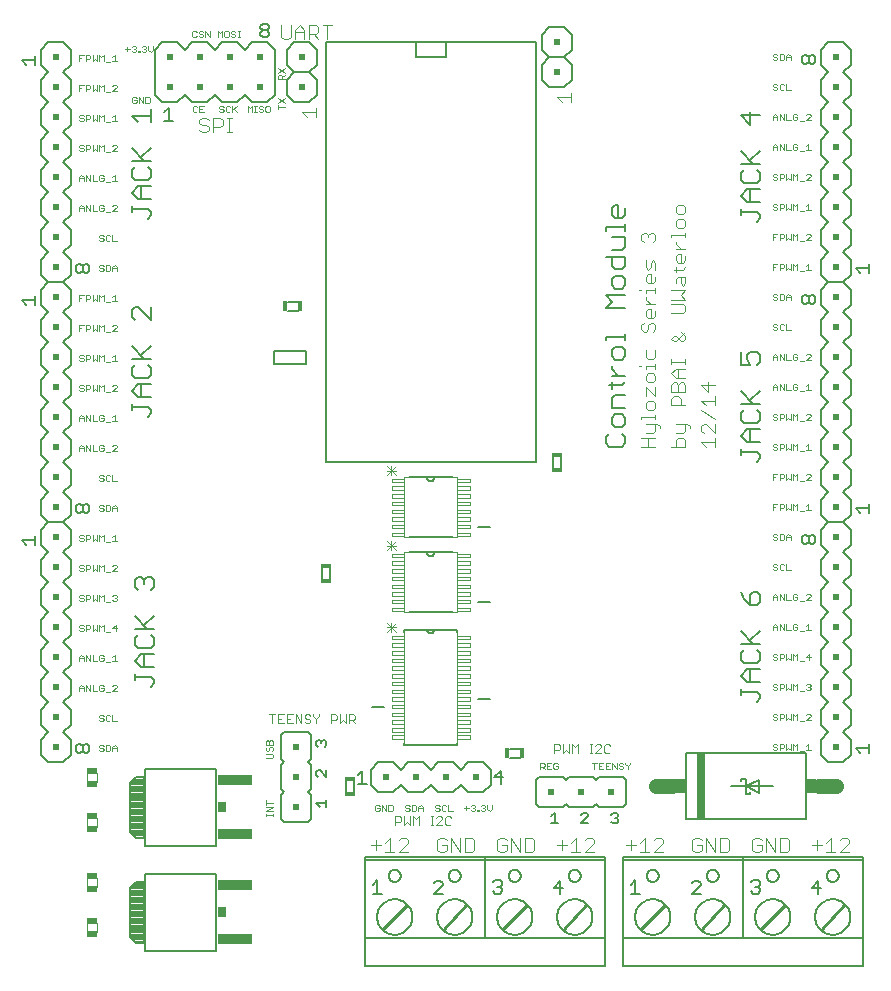
<source format=gto>
G75*
%MOIN*%
%OFA0B0*%
%FSLAX24Y24*%
%IPPOS*%
%LPD*%
%AMOC8*
5,1,8,0,0,1.08239X$1,22.5*
%
%ADD10C,0.0060*%
%ADD11C,0.0040*%
%ADD12C,0.0020*%
%ADD13C,0.0030*%
%ADD14R,0.0374X0.0197*%
%ADD15C,0.0500*%
%ADD16R,0.0300X0.2200*%
%ADD17R,0.0350X0.0500*%
%ADD18C,0.0080*%
%ADD19R,0.1140X0.0340*%
%ADD20R,0.0300X0.0340*%
%ADD21C,0.0079*%
%ADD22C,0.0050*%
%ADD23R,0.0240X0.0240*%
%ADD24R,0.0340X0.0160*%
%ADD25R,0.0160X0.0340*%
%ADD26R,0.0200X0.0200*%
%ADD27C,0.0000*%
%ADD28C,0.0100*%
D10*
X001700Y007900D02*
X001450Y008150D01*
X001450Y008650D01*
X001700Y008900D01*
X001450Y009150D01*
X001450Y009650D01*
X001700Y009900D01*
X001450Y010150D01*
X001450Y010650D01*
X001700Y010900D01*
X001450Y011150D01*
X001450Y011650D01*
X001700Y011900D01*
X001450Y012150D01*
X001450Y012650D01*
X001700Y012900D01*
X001450Y013150D01*
X001450Y013650D01*
X001700Y013900D01*
X001450Y014150D01*
X001450Y014650D01*
X001700Y014900D01*
X001450Y015150D01*
X001450Y015650D01*
X001700Y015900D01*
X002200Y015900D01*
X002450Y015650D01*
X002450Y015150D01*
X002200Y014900D01*
X002450Y014650D01*
X002450Y014150D01*
X002200Y013900D01*
X002450Y013650D01*
X002450Y013150D01*
X002200Y012900D01*
X002450Y012650D01*
X002450Y012150D01*
X002200Y011900D01*
X002450Y011650D01*
X002450Y011150D01*
X002200Y010900D01*
X002450Y010650D01*
X002450Y010150D01*
X002200Y009900D01*
X002450Y009650D01*
X002450Y009150D01*
X002200Y008900D01*
X002450Y008650D01*
X002450Y008150D01*
X002200Y007900D01*
X001700Y007900D01*
X004579Y010644D02*
X004579Y010857D01*
X004579Y010750D02*
X005113Y010750D01*
X005220Y010644D01*
X005220Y010537D01*
X005113Y010430D01*
X005220Y011075D02*
X004793Y011075D01*
X004579Y011288D01*
X004793Y011502D01*
X005220Y011502D01*
X005113Y011719D02*
X005220Y011826D01*
X005220Y012039D01*
X005113Y012146D01*
X005006Y012364D02*
X004579Y012791D01*
X004579Y012364D02*
X005220Y012364D01*
X004900Y012470D02*
X005220Y012791D01*
X004686Y012146D02*
X004579Y012039D01*
X004579Y011826D01*
X004686Y011719D01*
X005113Y011719D01*
X004900Y011502D02*
X004900Y011075D01*
X005113Y013653D02*
X005220Y013760D01*
X005220Y013973D01*
X005113Y014080D01*
X005006Y014080D01*
X004900Y013973D01*
X004900Y013866D01*
X004900Y013973D02*
X004793Y014080D01*
X004686Y014080D01*
X004579Y013973D01*
X004579Y013760D01*
X004686Y013653D01*
X002450Y016150D02*
X002200Y015900D01*
X001700Y015900D01*
X001450Y016150D01*
X001450Y016650D01*
X001700Y016900D01*
X001450Y017150D01*
X001450Y017650D01*
X001700Y017900D01*
X001450Y018150D01*
X001450Y018650D01*
X001700Y018900D01*
X001450Y019150D01*
X001450Y019650D01*
X001700Y019900D01*
X001450Y020150D01*
X001450Y020650D01*
X001700Y020900D01*
X001450Y021150D01*
X001450Y021650D01*
X001700Y021900D01*
X001450Y022150D01*
X001450Y022650D01*
X001700Y022900D01*
X001450Y023150D01*
X001450Y023650D01*
X001700Y023900D01*
X002200Y023900D01*
X002450Y023650D01*
X002450Y023150D01*
X002200Y022900D01*
X002450Y022650D01*
X002450Y022150D01*
X002200Y021900D01*
X002450Y021650D01*
X002450Y021150D01*
X002200Y020900D01*
X002450Y020650D01*
X002450Y020150D01*
X002200Y019900D01*
X002450Y019650D01*
X002450Y019150D01*
X002200Y018900D01*
X002450Y018650D01*
X002450Y018150D01*
X002200Y017900D01*
X002450Y017650D01*
X002450Y017150D01*
X002200Y016900D01*
X002450Y016650D01*
X002450Y016150D01*
X005013Y019430D02*
X005120Y019537D01*
X005120Y019644D01*
X005013Y019750D01*
X004479Y019750D01*
X004479Y019644D02*
X004479Y019857D01*
X004693Y020075D02*
X004479Y020288D01*
X004693Y020502D01*
X005120Y020502D01*
X005013Y020719D02*
X005120Y020826D01*
X005120Y021039D01*
X005013Y021146D01*
X004906Y021364D02*
X004479Y021791D01*
X004479Y021364D02*
X005120Y021364D01*
X004800Y021470D02*
X005120Y021791D01*
X004586Y021146D02*
X004479Y021039D01*
X004479Y020826D01*
X004586Y020719D01*
X005013Y020719D01*
X004800Y020502D02*
X004800Y020075D01*
X004693Y020075D02*
X005120Y020075D01*
X005120Y022653D02*
X004693Y023080D01*
X004586Y023080D01*
X004479Y022973D01*
X004479Y022760D01*
X004586Y022653D01*
X005120Y022653D02*
X005120Y023080D01*
X002450Y024150D02*
X002200Y023900D01*
X001700Y023900D01*
X001450Y024150D01*
X001450Y024650D01*
X001700Y024900D01*
X001450Y025150D01*
X001450Y025650D01*
X001700Y025900D01*
X001450Y026150D01*
X001450Y026650D01*
X001700Y026900D01*
X001450Y027150D01*
X001450Y027650D01*
X001700Y027900D01*
X001450Y028150D01*
X001450Y028650D01*
X001700Y028900D01*
X001450Y029150D01*
X001450Y029650D01*
X001700Y029900D01*
X001450Y030150D01*
X001450Y030650D01*
X001700Y030900D01*
X001450Y031150D01*
X001450Y031650D01*
X001700Y031900D01*
X002200Y031900D01*
X002450Y031650D01*
X002450Y031150D01*
X002200Y030900D01*
X002450Y030650D01*
X002450Y030150D01*
X002200Y029900D01*
X002450Y029650D01*
X002450Y029150D01*
X002200Y028900D01*
X002450Y028650D01*
X002450Y028150D01*
X002200Y027900D01*
X002450Y027650D01*
X002450Y027150D01*
X002200Y026900D01*
X002450Y026650D01*
X002450Y026150D01*
X002200Y025900D01*
X002450Y025650D01*
X002450Y025150D01*
X002200Y024900D01*
X002450Y024650D01*
X002450Y024150D01*
X004479Y026244D02*
X004479Y026457D01*
X004479Y026350D02*
X005013Y026350D01*
X005120Y026244D01*
X005120Y026137D01*
X005013Y026030D01*
X005120Y026675D02*
X004693Y026675D01*
X004479Y026888D01*
X004693Y027102D01*
X005120Y027102D01*
X005013Y027319D02*
X005120Y027426D01*
X005120Y027639D01*
X005013Y027746D01*
X004906Y027964D02*
X004479Y028391D01*
X004479Y027964D02*
X005120Y027964D01*
X004800Y028070D02*
X005120Y028391D01*
X004586Y027746D02*
X004479Y027639D01*
X004479Y027426D01*
X004586Y027319D01*
X005013Y027319D01*
X004800Y027102D02*
X004800Y026675D01*
X004693Y029253D02*
X004479Y029466D01*
X005120Y029466D01*
X005120Y029253D02*
X005120Y029680D01*
X005500Y029900D02*
X006000Y029900D01*
X006250Y030150D01*
X006500Y029900D01*
X007000Y029900D01*
X007250Y030150D01*
X007500Y029900D01*
X008000Y029900D01*
X008250Y030150D01*
X008500Y029900D01*
X009000Y029900D01*
X009250Y030150D01*
X009250Y031650D01*
X009000Y031900D01*
X008500Y031900D01*
X008250Y031650D01*
X008000Y031900D01*
X007500Y031900D01*
X007250Y031650D01*
X007000Y031900D01*
X006500Y031900D01*
X006250Y031650D01*
X006000Y031900D01*
X005500Y031900D01*
X005250Y031650D01*
X005250Y030150D01*
X005500Y029900D01*
X009650Y030150D02*
X009900Y029900D01*
X010400Y029900D01*
X010650Y030150D01*
X010650Y030650D01*
X010400Y030900D01*
X010650Y031150D01*
X010650Y031650D01*
X010400Y031900D01*
X009900Y031900D01*
X009650Y031650D01*
X009650Y031150D01*
X009900Y030900D01*
X010400Y030900D01*
X009900Y030900D02*
X009650Y030650D01*
X009650Y030150D01*
X009680Y023240D02*
X010020Y023240D01*
X010020Y022960D02*
X009680Y022960D01*
X013710Y017400D02*
X014330Y017400D01*
X014570Y017400D01*
X015190Y017400D01*
X014570Y017400D02*
X014568Y017379D01*
X014563Y017359D01*
X014554Y017340D01*
X014542Y017323D01*
X014527Y017308D01*
X014510Y017296D01*
X014491Y017287D01*
X014471Y017282D01*
X014450Y017280D01*
X014429Y017282D01*
X014409Y017287D01*
X014390Y017296D01*
X014373Y017308D01*
X014358Y017323D01*
X014346Y017340D01*
X014337Y017359D01*
X014332Y017379D01*
X014330Y017400D01*
X013710Y015400D02*
X015190Y015400D01*
X015190Y014900D02*
X014570Y014900D01*
X014330Y014900D01*
X013710Y014900D01*
X014330Y014900D02*
X014332Y014879D01*
X014337Y014859D01*
X014346Y014840D01*
X014358Y014823D01*
X014373Y014808D01*
X014390Y014796D01*
X014409Y014787D01*
X014429Y014782D01*
X014450Y014780D01*
X014471Y014782D01*
X014491Y014787D01*
X014510Y014796D01*
X014527Y014808D01*
X014542Y014823D01*
X014554Y014840D01*
X014563Y014859D01*
X014568Y014879D01*
X014570Y014900D01*
X016030Y015760D02*
X016430Y015760D01*
X016430Y013260D02*
X016030Y013260D01*
X015190Y012900D02*
X013710Y012900D01*
X013560Y012330D02*
X013560Y012260D01*
X013560Y012330D02*
X014330Y012330D01*
X014570Y012330D01*
X015340Y012330D01*
X015340Y012260D01*
X014570Y012330D02*
X014568Y012309D01*
X014563Y012289D01*
X014554Y012270D01*
X014542Y012253D01*
X014527Y012238D01*
X014510Y012226D01*
X014491Y012217D01*
X014471Y012212D01*
X014450Y012210D01*
X014429Y012212D01*
X014409Y012217D01*
X014390Y012226D01*
X014373Y012238D01*
X014358Y012253D01*
X014346Y012270D01*
X014337Y012289D01*
X014332Y012309D01*
X014330Y012330D01*
X016010Y010000D02*
X016410Y010000D01*
X017080Y008340D02*
X017420Y008340D01*
X017420Y008060D02*
X017080Y008060D01*
X016450Y007650D02*
X016450Y007150D01*
X016200Y006900D01*
X015700Y006900D01*
X015450Y007150D01*
X015200Y006900D01*
X014700Y006900D01*
X014450Y007150D01*
X014200Y006900D01*
X013700Y006900D01*
X013450Y007150D01*
X013200Y006900D01*
X012700Y006900D01*
X012450Y007150D01*
X012450Y007650D01*
X012700Y007900D01*
X013200Y007900D01*
X013450Y007650D01*
X013700Y007900D01*
X014200Y007900D01*
X014450Y007650D01*
X014700Y007900D01*
X015200Y007900D01*
X015450Y007650D01*
X015700Y007900D01*
X016200Y007900D01*
X016450Y007650D01*
X015340Y008470D02*
X015340Y008540D01*
X015340Y008470D02*
X013560Y008470D01*
X013560Y008540D01*
X012890Y009750D02*
X012490Y009750D01*
X010450Y008800D02*
X010450Y008000D01*
X010350Y007900D01*
X010450Y007800D01*
X010450Y007000D01*
X010350Y006900D01*
X010450Y006800D01*
X010450Y006000D01*
X010350Y005900D01*
X009550Y005900D01*
X009450Y006000D01*
X009450Y006800D01*
X009550Y006900D01*
X009450Y007000D01*
X009450Y007800D01*
X009550Y007900D01*
X009450Y008000D01*
X009450Y008800D01*
X009550Y008900D01*
X010350Y008900D01*
X010450Y008800D01*
X011610Y007270D02*
X011610Y006930D01*
X011890Y006930D02*
X011890Y007270D01*
X012250Y004750D02*
X016250Y004750D01*
X016250Y002050D01*
X016900Y002050D01*
X017600Y002050D01*
X018900Y002050D01*
X019600Y002050D01*
X020250Y002050D01*
X020250Y001100D01*
X012250Y001100D01*
X012250Y002050D01*
X012900Y002050D01*
X013600Y002050D01*
X014900Y002050D01*
X015600Y002050D01*
X016250Y002050D01*
X014660Y002750D02*
X014662Y002798D01*
X014668Y002846D01*
X014678Y002893D01*
X014691Y002939D01*
X014708Y002984D01*
X014729Y003027D01*
X014754Y003069D01*
X014781Y003108D01*
X014812Y003145D01*
X014846Y003180D01*
X014882Y003211D01*
X014921Y003240D01*
X014962Y003265D01*
X015005Y003287D01*
X015049Y003305D01*
X015095Y003319D01*
X015142Y003330D01*
X015190Y003337D01*
X015238Y003340D01*
X015286Y003339D01*
X015334Y003334D01*
X015381Y003325D01*
X015428Y003313D01*
X015473Y003296D01*
X015517Y003276D01*
X015559Y003253D01*
X015599Y003226D01*
X015636Y003196D01*
X015671Y003163D01*
X015704Y003127D01*
X015733Y003089D01*
X015759Y003048D01*
X015782Y003006D01*
X015801Y002962D01*
X015816Y002916D01*
X015828Y002870D01*
X015836Y002822D01*
X015840Y002774D01*
X015840Y002726D01*
X015836Y002678D01*
X015828Y002630D01*
X015816Y002584D01*
X015801Y002538D01*
X015782Y002494D01*
X015759Y002452D01*
X015733Y002411D01*
X015704Y002373D01*
X015671Y002337D01*
X015636Y002304D01*
X015599Y002274D01*
X015559Y002247D01*
X015517Y002224D01*
X015473Y002204D01*
X015428Y002187D01*
X015381Y002175D01*
X015334Y002166D01*
X015286Y002161D01*
X015238Y002160D01*
X015190Y002163D01*
X015142Y002170D01*
X015095Y002181D01*
X015049Y002195D01*
X015005Y002213D01*
X014962Y002235D01*
X014921Y002260D01*
X014882Y002289D01*
X014846Y002320D01*
X014812Y002355D01*
X014781Y002392D01*
X014754Y002431D01*
X014729Y002473D01*
X014708Y002516D01*
X014691Y002561D01*
X014678Y002607D01*
X014668Y002654D01*
X014662Y002702D01*
X014660Y002750D01*
X012660Y002750D02*
X012662Y002798D01*
X012668Y002846D01*
X012678Y002893D01*
X012691Y002939D01*
X012708Y002984D01*
X012729Y003027D01*
X012754Y003069D01*
X012781Y003108D01*
X012812Y003145D01*
X012846Y003180D01*
X012882Y003211D01*
X012921Y003240D01*
X012962Y003265D01*
X013005Y003287D01*
X013049Y003305D01*
X013095Y003319D01*
X013142Y003330D01*
X013190Y003337D01*
X013238Y003340D01*
X013286Y003339D01*
X013334Y003334D01*
X013381Y003325D01*
X013428Y003313D01*
X013473Y003296D01*
X013517Y003276D01*
X013559Y003253D01*
X013599Y003226D01*
X013636Y003196D01*
X013671Y003163D01*
X013704Y003127D01*
X013733Y003089D01*
X013759Y003048D01*
X013782Y003006D01*
X013801Y002962D01*
X013816Y002916D01*
X013828Y002870D01*
X013836Y002822D01*
X013840Y002774D01*
X013840Y002726D01*
X013836Y002678D01*
X013828Y002630D01*
X013816Y002584D01*
X013801Y002538D01*
X013782Y002494D01*
X013759Y002452D01*
X013733Y002411D01*
X013704Y002373D01*
X013671Y002337D01*
X013636Y002304D01*
X013599Y002274D01*
X013559Y002247D01*
X013517Y002224D01*
X013473Y002204D01*
X013428Y002187D01*
X013381Y002175D01*
X013334Y002166D01*
X013286Y002161D01*
X013238Y002160D01*
X013190Y002163D01*
X013142Y002170D01*
X013095Y002181D01*
X013049Y002195D01*
X013005Y002213D01*
X012962Y002235D01*
X012921Y002260D01*
X012882Y002289D01*
X012846Y002320D01*
X012812Y002355D01*
X012781Y002392D01*
X012754Y002431D01*
X012729Y002473D01*
X012708Y002516D01*
X012691Y002561D01*
X012678Y002607D01*
X012668Y002654D01*
X012662Y002702D01*
X012660Y002750D01*
X012250Y002050D02*
X012250Y004650D01*
X012250Y004750D01*
X012250Y004650D02*
X020250Y004650D01*
X020250Y002050D01*
X020850Y002050D02*
X021500Y002050D01*
X022200Y002050D01*
X023500Y002050D01*
X024200Y002050D01*
X024850Y002050D01*
X025500Y002050D01*
X026200Y002050D01*
X027500Y002050D01*
X028200Y002050D01*
X028850Y002050D01*
X028850Y001100D01*
X020850Y001100D01*
X020850Y002050D01*
X020850Y004650D01*
X020850Y004750D01*
X024850Y004750D01*
X024850Y002050D01*
X023260Y002750D02*
X023262Y002798D01*
X023268Y002846D01*
X023278Y002893D01*
X023291Y002939D01*
X023308Y002984D01*
X023329Y003027D01*
X023354Y003069D01*
X023381Y003108D01*
X023412Y003145D01*
X023446Y003180D01*
X023482Y003211D01*
X023521Y003240D01*
X023562Y003265D01*
X023605Y003287D01*
X023649Y003305D01*
X023695Y003319D01*
X023742Y003330D01*
X023790Y003337D01*
X023838Y003340D01*
X023886Y003339D01*
X023934Y003334D01*
X023981Y003325D01*
X024028Y003313D01*
X024073Y003296D01*
X024117Y003276D01*
X024159Y003253D01*
X024199Y003226D01*
X024236Y003196D01*
X024271Y003163D01*
X024304Y003127D01*
X024333Y003089D01*
X024359Y003048D01*
X024382Y003006D01*
X024401Y002962D01*
X024416Y002916D01*
X024428Y002870D01*
X024436Y002822D01*
X024440Y002774D01*
X024440Y002726D01*
X024436Y002678D01*
X024428Y002630D01*
X024416Y002584D01*
X024401Y002538D01*
X024382Y002494D01*
X024359Y002452D01*
X024333Y002411D01*
X024304Y002373D01*
X024271Y002337D01*
X024236Y002304D01*
X024199Y002274D01*
X024159Y002247D01*
X024117Y002224D01*
X024073Y002204D01*
X024028Y002187D01*
X023981Y002175D01*
X023934Y002166D01*
X023886Y002161D01*
X023838Y002160D01*
X023790Y002163D01*
X023742Y002170D01*
X023695Y002181D01*
X023649Y002195D01*
X023605Y002213D01*
X023562Y002235D01*
X023521Y002260D01*
X023482Y002289D01*
X023446Y002320D01*
X023412Y002355D01*
X023381Y002392D01*
X023354Y002431D01*
X023329Y002473D01*
X023308Y002516D01*
X023291Y002561D01*
X023278Y002607D01*
X023268Y002654D01*
X023262Y002702D01*
X023260Y002750D01*
X023650Y004120D02*
X023652Y004148D01*
X023658Y004175D01*
X023667Y004201D01*
X023680Y004226D01*
X023697Y004249D01*
X023716Y004269D01*
X023738Y004286D01*
X023762Y004300D01*
X023788Y004310D01*
X023815Y004317D01*
X023843Y004320D01*
X023871Y004319D01*
X023898Y004314D01*
X023925Y004305D01*
X023950Y004293D01*
X023973Y004278D01*
X023994Y004259D01*
X024012Y004238D01*
X024027Y004214D01*
X024038Y004188D01*
X024046Y004162D01*
X024050Y004134D01*
X024050Y004106D01*
X024046Y004078D01*
X024038Y004052D01*
X024027Y004026D01*
X024012Y004002D01*
X023994Y003981D01*
X023973Y003962D01*
X023950Y003947D01*
X023925Y003935D01*
X023898Y003926D01*
X023871Y003921D01*
X023843Y003920D01*
X023815Y003923D01*
X023788Y003930D01*
X023762Y003940D01*
X023738Y003954D01*
X023716Y003971D01*
X023697Y003991D01*
X023680Y004014D01*
X023667Y004039D01*
X023658Y004065D01*
X023652Y004092D01*
X023650Y004120D01*
X024850Y004750D02*
X028850Y004750D01*
X028850Y004650D01*
X028850Y002050D01*
X027260Y002750D02*
X027262Y002798D01*
X027268Y002846D01*
X027278Y002893D01*
X027291Y002939D01*
X027308Y002984D01*
X027329Y003027D01*
X027354Y003069D01*
X027381Y003108D01*
X027412Y003145D01*
X027446Y003180D01*
X027482Y003211D01*
X027521Y003240D01*
X027562Y003265D01*
X027605Y003287D01*
X027649Y003305D01*
X027695Y003319D01*
X027742Y003330D01*
X027790Y003337D01*
X027838Y003340D01*
X027886Y003339D01*
X027934Y003334D01*
X027981Y003325D01*
X028028Y003313D01*
X028073Y003296D01*
X028117Y003276D01*
X028159Y003253D01*
X028199Y003226D01*
X028236Y003196D01*
X028271Y003163D01*
X028304Y003127D01*
X028333Y003089D01*
X028359Y003048D01*
X028382Y003006D01*
X028401Y002962D01*
X028416Y002916D01*
X028428Y002870D01*
X028436Y002822D01*
X028440Y002774D01*
X028440Y002726D01*
X028436Y002678D01*
X028428Y002630D01*
X028416Y002584D01*
X028401Y002538D01*
X028382Y002494D01*
X028359Y002452D01*
X028333Y002411D01*
X028304Y002373D01*
X028271Y002337D01*
X028236Y002304D01*
X028199Y002274D01*
X028159Y002247D01*
X028117Y002224D01*
X028073Y002204D01*
X028028Y002187D01*
X027981Y002175D01*
X027934Y002166D01*
X027886Y002161D01*
X027838Y002160D01*
X027790Y002163D01*
X027742Y002170D01*
X027695Y002181D01*
X027649Y002195D01*
X027605Y002213D01*
X027562Y002235D01*
X027521Y002260D01*
X027482Y002289D01*
X027446Y002320D01*
X027412Y002355D01*
X027381Y002392D01*
X027354Y002431D01*
X027329Y002473D01*
X027308Y002516D01*
X027291Y002561D01*
X027278Y002607D01*
X027268Y002654D01*
X027262Y002702D01*
X027260Y002750D01*
X027650Y004120D02*
X027652Y004148D01*
X027658Y004175D01*
X027667Y004201D01*
X027680Y004226D01*
X027697Y004249D01*
X027716Y004269D01*
X027738Y004286D01*
X027762Y004300D01*
X027788Y004310D01*
X027815Y004317D01*
X027843Y004320D01*
X027871Y004319D01*
X027898Y004314D01*
X027925Y004305D01*
X027950Y004293D01*
X027973Y004278D01*
X027994Y004259D01*
X028012Y004238D01*
X028027Y004214D01*
X028038Y004188D01*
X028046Y004162D01*
X028050Y004134D01*
X028050Y004106D01*
X028046Y004078D01*
X028038Y004052D01*
X028027Y004026D01*
X028012Y004002D01*
X027994Y003981D01*
X027973Y003962D01*
X027950Y003947D01*
X027925Y003935D01*
X027898Y003926D01*
X027871Y003921D01*
X027843Y003920D01*
X027815Y003923D01*
X027788Y003930D01*
X027762Y003940D01*
X027738Y003954D01*
X027716Y003971D01*
X027697Y003991D01*
X027680Y004014D01*
X027667Y004039D01*
X027658Y004065D01*
X027652Y004092D01*
X027650Y004120D01*
X028850Y004650D02*
X020850Y004650D01*
X020250Y004650D02*
X020250Y004750D01*
X016250Y004750D01*
X015050Y004120D02*
X015052Y004148D01*
X015058Y004175D01*
X015067Y004201D01*
X015080Y004226D01*
X015097Y004249D01*
X015116Y004269D01*
X015138Y004286D01*
X015162Y004300D01*
X015188Y004310D01*
X015215Y004317D01*
X015243Y004320D01*
X015271Y004319D01*
X015298Y004314D01*
X015325Y004305D01*
X015350Y004293D01*
X015373Y004278D01*
X015394Y004259D01*
X015412Y004238D01*
X015427Y004214D01*
X015438Y004188D01*
X015446Y004162D01*
X015450Y004134D01*
X015450Y004106D01*
X015446Y004078D01*
X015438Y004052D01*
X015427Y004026D01*
X015412Y004002D01*
X015394Y003981D01*
X015373Y003962D01*
X015350Y003947D01*
X015325Y003935D01*
X015298Y003926D01*
X015271Y003921D01*
X015243Y003920D01*
X015215Y003923D01*
X015188Y003930D01*
X015162Y003940D01*
X015138Y003954D01*
X015116Y003971D01*
X015097Y003991D01*
X015080Y004014D01*
X015067Y004039D01*
X015058Y004065D01*
X015052Y004092D01*
X015050Y004120D01*
X013050Y004120D02*
X013052Y004148D01*
X013058Y004175D01*
X013067Y004201D01*
X013080Y004226D01*
X013097Y004249D01*
X013116Y004269D01*
X013138Y004286D01*
X013162Y004300D01*
X013188Y004310D01*
X013215Y004317D01*
X013243Y004320D01*
X013271Y004319D01*
X013298Y004314D01*
X013325Y004305D01*
X013350Y004293D01*
X013373Y004278D01*
X013394Y004259D01*
X013412Y004238D01*
X013427Y004214D01*
X013438Y004188D01*
X013446Y004162D01*
X013450Y004134D01*
X013450Y004106D01*
X013446Y004078D01*
X013438Y004052D01*
X013427Y004026D01*
X013412Y004002D01*
X013394Y003981D01*
X013373Y003962D01*
X013350Y003947D01*
X013325Y003935D01*
X013298Y003926D01*
X013271Y003921D01*
X013243Y003920D01*
X013215Y003923D01*
X013188Y003930D01*
X013162Y003940D01*
X013138Y003954D01*
X013116Y003971D01*
X013097Y003991D01*
X013080Y004014D01*
X013067Y004039D01*
X013058Y004065D01*
X013052Y004092D01*
X013050Y004120D01*
X017050Y004120D02*
X017052Y004148D01*
X017058Y004175D01*
X017067Y004201D01*
X017080Y004226D01*
X017097Y004249D01*
X017116Y004269D01*
X017138Y004286D01*
X017162Y004300D01*
X017188Y004310D01*
X017215Y004317D01*
X017243Y004320D01*
X017271Y004319D01*
X017298Y004314D01*
X017325Y004305D01*
X017350Y004293D01*
X017373Y004278D01*
X017394Y004259D01*
X017412Y004238D01*
X017427Y004214D01*
X017438Y004188D01*
X017446Y004162D01*
X017450Y004134D01*
X017450Y004106D01*
X017446Y004078D01*
X017438Y004052D01*
X017427Y004026D01*
X017412Y004002D01*
X017394Y003981D01*
X017373Y003962D01*
X017350Y003947D01*
X017325Y003935D01*
X017298Y003926D01*
X017271Y003921D01*
X017243Y003920D01*
X017215Y003923D01*
X017188Y003930D01*
X017162Y003940D01*
X017138Y003954D01*
X017116Y003971D01*
X017097Y003991D01*
X017080Y004014D01*
X017067Y004039D01*
X017058Y004065D01*
X017052Y004092D01*
X017050Y004120D01*
X016660Y002750D02*
X016662Y002798D01*
X016668Y002846D01*
X016678Y002893D01*
X016691Y002939D01*
X016708Y002984D01*
X016729Y003027D01*
X016754Y003069D01*
X016781Y003108D01*
X016812Y003145D01*
X016846Y003180D01*
X016882Y003211D01*
X016921Y003240D01*
X016962Y003265D01*
X017005Y003287D01*
X017049Y003305D01*
X017095Y003319D01*
X017142Y003330D01*
X017190Y003337D01*
X017238Y003340D01*
X017286Y003339D01*
X017334Y003334D01*
X017381Y003325D01*
X017428Y003313D01*
X017473Y003296D01*
X017517Y003276D01*
X017559Y003253D01*
X017599Y003226D01*
X017636Y003196D01*
X017671Y003163D01*
X017704Y003127D01*
X017733Y003089D01*
X017759Y003048D01*
X017782Y003006D01*
X017801Y002962D01*
X017816Y002916D01*
X017828Y002870D01*
X017836Y002822D01*
X017840Y002774D01*
X017840Y002726D01*
X017836Y002678D01*
X017828Y002630D01*
X017816Y002584D01*
X017801Y002538D01*
X017782Y002494D01*
X017759Y002452D01*
X017733Y002411D01*
X017704Y002373D01*
X017671Y002337D01*
X017636Y002304D01*
X017599Y002274D01*
X017559Y002247D01*
X017517Y002224D01*
X017473Y002204D01*
X017428Y002187D01*
X017381Y002175D01*
X017334Y002166D01*
X017286Y002161D01*
X017238Y002160D01*
X017190Y002163D01*
X017142Y002170D01*
X017095Y002181D01*
X017049Y002195D01*
X017005Y002213D01*
X016962Y002235D01*
X016921Y002260D01*
X016882Y002289D01*
X016846Y002320D01*
X016812Y002355D01*
X016781Y002392D01*
X016754Y002431D01*
X016729Y002473D01*
X016708Y002516D01*
X016691Y002561D01*
X016678Y002607D01*
X016668Y002654D01*
X016662Y002702D01*
X016660Y002750D01*
X018660Y002750D02*
X018662Y002798D01*
X018668Y002846D01*
X018678Y002893D01*
X018691Y002939D01*
X018708Y002984D01*
X018729Y003027D01*
X018754Y003069D01*
X018781Y003108D01*
X018812Y003145D01*
X018846Y003180D01*
X018882Y003211D01*
X018921Y003240D01*
X018962Y003265D01*
X019005Y003287D01*
X019049Y003305D01*
X019095Y003319D01*
X019142Y003330D01*
X019190Y003337D01*
X019238Y003340D01*
X019286Y003339D01*
X019334Y003334D01*
X019381Y003325D01*
X019428Y003313D01*
X019473Y003296D01*
X019517Y003276D01*
X019559Y003253D01*
X019599Y003226D01*
X019636Y003196D01*
X019671Y003163D01*
X019704Y003127D01*
X019733Y003089D01*
X019759Y003048D01*
X019782Y003006D01*
X019801Y002962D01*
X019816Y002916D01*
X019828Y002870D01*
X019836Y002822D01*
X019840Y002774D01*
X019840Y002726D01*
X019836Y002678D01*
X019828Y002630D01*
X019816Y002584D01*
X019801Y002538D01*
X019782Y002494D01*
X019759Y002452D01*
X019733Y002411D01*
X019704Y002373D01*
X019671Y002337D01*
X019636Y002304D01*
X019599Y002274D01*
X019559Y002247D01*
X019517Y002224D01*
X019473Y002204D01*
X019428Y002187D01*
X019381Y002175D01*
X019334Y002166D01*
X019286Y002161D01*
X019238Y002160D01*
X019190Y002163D01*
X019142Y002170D01*
X019095Y002181D01*
X019049Y002195D01*
X019005Y002213D01*
X018962Y002235D01*
X018921Y002260D01*
X018882Y002289D01*
X018846Y002320D01*
X018812Y002355D01*
X018781Y002392D01*
X018754Y002431D01*
X018729Y002473D01*
X018708Y002516D01*
X018691Y002561D01*
X018678Y002607D01*
X018668Y002654D01*
X018662Y002702D01*
X018660Y002750D01*
X019050Y004120D02*
X019052Y004148D01*
X019058Y004175D01*
X019067Y004201D01*
X019080Y004226D01*
X019097Y004249D01*
X019116Y004269D01*
X019138Y004286D01*
X019162Y004300D01*
X019188Y004310D01*
X019215Y004317D01*
X019243Y004320D01*
X019271Y004319D01*
X019298Y004314D01*
X019325Y004305D01*
X019350Y004293D01*
X019373Y004278D01*
X019394Y004259D01*
X019412Y004238D01*
X019427Y004214D01*
X019438Y004188D01*
X019446Y004162D01*
X019450Y004134D01*
X019450Y004106D01*
X019446Y004078D01*
X019438Y004052D01*
X019427Y004026D01*
X019412Y004002D01*
X019394Y003981D01*
X019373Y003962D01*
X019350Y003947D01*
X019325Y003935D01*
X019298Y003926D01*
X019271Y003921D01*
X019243Y003920D01*
X019215Y003923D01*
X019188Y003930D01*
X019162Y003940D01*
X019138Y003954D01*
X019116Y003971D01*
X019097Y003991D01*
X019080Y004014D01*
X019067Y004039D01*
X019058Y004065D01*
X019052Y004092D01*
X019050Y004120D01*
X019050Y006400D02*
X018950Y006500D01*
X018850Y006400D01*
X018050Y006400D01*
X017950Y006500D01*
X017950Y007300D01*
X018050Y007400D01*
X018850Y007400D01*
X018950Y007300D01*
X019050Y007400D01*
X019850Y007400D01*
X019950Y007300D01*
X020050Y007400D01*
X020850Y007400D01*
X020950Y007300D01*
X020950Y006500D01*
X020850Y006400D01*
X020050Y006400D01*
X019950Y006500D01*
X019850Y006400D01*
X019050Y006400D01*
X021650Y004120D02*
X021652Y004148D01*
X021658Y004175D01*
X021667Y004201D01*
X021680Y004226D01*
X021697Y004249D01*
X021716Y004269D01*
X021738Y004286D01*
X021762Y004300D01*
X021788Y004310D01*
X021815Y004317D01*
X021843Y004320D01*
X021871Y004319D01*
X021898Y004314D01*
X021925Y004305D01*
X021950Y004293D01*
X021973Y004278D01*
X021994Y004259D01*
X022012Y004238D01*
X022027Y004214D01*
X022038Y004188D01*
X022046Y004162D01*
X022050Y004134D01*
X022050Y004106D01*
X022046Y004078D01*
X022038Y004052D01*
X022027Y004026D01*
X022012Y004002D01*
X021994Y003981D01*
X021973Y003962D01*
X021950Y003947D01*
X021925Y003935D01*
X021898Y003926D01*
X021871Y003921D01*
X021843Y003920D01*
X021815Y003923D01*
X021788Y003930D01*
X021762Y003940D01*
X021738Y003954D01*
X021716Y003971D01*
X021697Y003991D01*
X021680Y004014D01*
X021667Y004039D01*
X021658Y004065D01*
X021652Y004092D01*
X021650Y004120D01*
X021260Y002750D02*
X021262Y002798D01*
X021268Y002846D01*
X021278Y002893D01*
X021291Y002939D01*
X021308Y002984D01*
X021329Y003027D01*
X021354Y003069D01*
X021381Y003108D01*
X021412Y003145D01*
X021446Y003180D01*
X021482Y003211D01*
X021521Y003240D01*
X021562Y003265D01*
X021605Y003287D01*
X021649Y003305D01*
X021695Y003319D01*
X021742Y003330D01*
X021790Y003337D01*
X021838Y003340D01*
X021886Y003339D01*
X021934Y003334D01*
X021981Y003325D01*
X022028Y003313D01*
X022073Y003296D01*
X022117Y003276D01*
X022159Y003253D01*
X022199Y003226D01*
X022236Y003196D01*
X022271Y003163D01*
X022304Y003127D01*
X022333Y003089D01*
X022359Y003048D01*
X022382Y003006D01*
X022401Y002962D01*
X022416Y002916D01*
X022428Y002870D01*
X022436Y002822D01*
X022440Y002774D01*
X022440Y002726D01*
X022436Y002678D01*
X022428Y002630D01*
X022416Y002584D01*
X022401Y002538D01*
X022382Y002494D01*
X022359Y002452D01*
X022333Y002411D01*
X022304Y002373D01*
X022271Y002337D01*
X022236Y002304D01*
X022199Y002274D01*
X022159Y002247D01*
X022117Y002224D01*
X022073Y002204D01*
X022028Y002187D01*
X021981Y002175D01*
X021934Y002166D01*
X021886Y002161D01*
X021838Y002160D01*
X021790Y002163D01*
X021742Y002170D01*
X021695Y002181D01*
X021649Y002195D01*
X021605Y002213D01*
X021562Y002235D01*
X021521Y002260D01*
X021482Y002289D01*
X021446Y002320D01*
X021412Y002355D01*
X021381Y002392D01*
X021354Y002431D01*
X021329Y002473D01*
X021308Y002516D01*
X021291Y002561D01*
X021278Y002607D01*
X021268Y002654D01*
X021262Y002702D01*
X021260Y002750D01*
X022950Y006000D02*
X026950Y006000D01*
X026950Y008200D01*
X022950Y008200D01*
X022950Y006000D01*
X024450Y007100D02*
X024950Y007100D01*
X024950Y006850D01*
X025100Y006850D01*
X025100Y006920D01*
X024950Y007100D02*
X024950Y007350D01*
X024800Y007350D01*
X024800Y007280D01*
X024950Y007100D02*
X025850Y007100D01*
X025400Y006870D02*
X024950Y007100D01*
X025400Y007330D01*
X025400Y006870D01*
X027450Y008150D02*
X027700Y007900D01*
X028200Y007900D01*
X028450Y008150D01*
X028450Y008650D01*
X028200Y008900D01*
X028450Y009150D01*
X028450Y009650D01*
X028200Y009900D01*
X028450Y010150D01*
X028450Y010650D01*
X028200Y010900D01*
X028450Y011150D01*
X028450Y011650D01*
X028200Y011900D01*
X028450Y012150D01*
X028450Y012650D01*
X028200Y012900D01*
X028450Y013150D01*
X028450Y013650D01*
X028200Y013900D01*
X028450Y014150D01*
X028450Y014650D01*
X028200Y014900D01*
X028450Y015150D01*
X028450Y015650D01*
X028200Y015900D01*
X027700Y015900D01*
X027450Y015650D01*
X027450Y015150D01*
X027700Y014900D01*
X027450Y014650D01*
X027450Y014150D01*
X027700Y013900D01*
X027450Y013650D01*
X027450Y013150D01*
X027700Y012900D01*
X027450Y012650D01*
X027450Y012150D01*
X027700Y011900D01*
X027450Y011650D01*
X027450Y011150D01*
X027700Y010900D01*
X027450Y010650D01*
X027450Y010150D01*
X027700Y009900D01*
X027450Y009650D01*
X027450Y009150D01*
X027700Y008900D01*
X027450Y008650D01*
X027450Y008150D01*
X025420Y010037D02*
X025420Y010144D01*
X025313Y010250D01*
X024779Y010250D01*
X024779Y010144D02*
X024779Y010357D01*
X024993Y010575D02*
X024779Y010788D01*
X024993Y011002D01*
X025420Y011002D01*
X025313Y011219D02*
X025420Y011326D01*
X025420Y011539D01*
X025313Y011646D01*
X025206Y011864D02*
X024779Y012291D01*
X025100Y011970D02*
X025420Y012291D01*
X025420Y011864D02*
X024779Y011864D01*
X024886Y011646D02*
X024779Y011539D01*
X024779Y011326D01*
X024886Y011219D01*
X025313Y011219D01*
X025100Y011002D02*
X025100Y010575D01*
X024993Y010575D02*
X025420Y010575D01*
X025420Y010037D02*
X025313Y009930D01*
X025313Y013153D02*
X025100Y013153D01*
X025100Y013473D01*
X025206Y013580D01*
X025313Y013580D01*
X025420Y013473D01*
X025420Y013260D01*
X025313Y013153D01*
X025100Y013153D02*
X024886Y013366D01*
X024779Y013580D01*
X027450Y016150D02*
X027450Y016650D01*
X027700Y016900D01*
X027450Y017150D01*
X027450Y017650D01*
X027700Y017900D01*
X027450Y018150D01*
X027450Y018650D01*
X027700Y018900D01*
X027450Y019150D01*
X027450Y019650D01*
X027700Y019900D01*
X027450Y020150D01*
X027450Y020650D01*
X027700Y020900D01*
X027450Y021150D01*
X027450Y021650D01*
X027700Y021900D01*
X027450Y022150D01*
X027450Y022650D01*
X027700Y022900D01*
X027450Y023150D01*
X027450Y023650D01*
X027700Y023900D01*
X028200Y023900D01*
X028450Y023650D01*
X028450Y023150D01*
X028200Y022900D01*
X028450Y022650D01*
X028450Y022150D01*
X028200Y021900D01*
X028450Y021650D01*
X028450Y021150D01*
X028200Y020900D01*
X028450Y020650D01*
X028450Y020150D01*
X028200Y019900D01*
X028450Y019650D01*
X028450Y019150D01*
X028200Y018900D01*
X028450Y018650D01*
X028450Y018150D01*
X028200Y017900D01*
X028450Y017650D01*
X028450Y017150D01*
X028200Y016900D01*
X028450Y016650D01*
X028450Y016150D01*
X028200Y015900D01*
X027700Y015900D01*
X027450Y016150D01*
X025420Y018037D02*
X025420Y018144D01*
X025313Y018250D01*
X024779Y018250D01*
X024779Y018144D02*
X024779Y018357D01*
X024993Y018575D02*
X024779Y018788D01*
X024993Y019002D01*
X025420Y019002D01*
X025313Y019219D02*
X025420Y019326D01*
X025420Y019539D01*
X025313Y019646D01*
X025206Y019864D02*
X024779Y020291D01*
X024779Y019864D02*
X025420Y019864D01*
X025100Y019970D02*
X025420Y020291D01*
X024886Y019646D02*
X024779Y019539D01*
X024779Y019326D01*
X024886Y019219D01*
X025313Y019219D01*
X025100Y019002D02*
X025100Y018575D01*
X024993Y018575D02*
X025420Y018575D01*
X025420Y018037D02*
X025313Y017930D01*
X025313Y021153D02*
X025420Y021260D01*
X025420Y021473D01*
X025313Y021580D01*
X025100Y021580D01*
X024993Y021473D01*
X024993Y021366D01*
X025100Y021153D01*
X024779Y021153D01*
X024779Y021580D01*
X027450Y024150D02*
X027450Y024650D01*
X027700Y024900D01*
X027450Y025150D01*
X027450Y025650D01*
X027700Y025900D01*
X027450Y026150D01*
X027450Y026650D01*
X027700Y026900D01*
X027450Y027150D01*
X027450Y027650D01*
X027700Y027900D01*
X027450Y028150D01*
X027450Y028650D01*
X027700Y028900D01*
X027450Y029150D01*
X027450Y029650D01*
X027700Y029900D01*
X027450Y030150D01*
X027450Y030650D01*
X027700Y030900D01*
X027450Y031150D01*
X027450Y031650D01*
X027700Y031900D01*
X028200Y031900D01*
X028450Y031650D01*
X028450Y031150D01*
X028200Y030900D01*
X028450Y030650D01*
X028450Y030150D01*
X028200Y029900D01*
X028450Y029650D01*
X028450Y029150D01*
X028200Y028900D01*
X028450Y028650D01*
X028450Y028150D01*
X028200Y027900D01*
X028450Y027650D01*
X028450Y027150D01*
X028200Y026900D01*
X028450Y026650D01*
X028450Y026150D01*
X028200Y025900D01*
X028450Y025650D01*
X028450Y025150D01*
X028200Y024900D01*
X028450Y024650D01*
X028450Y024150D01*
X028200Y023900D01*
X027700Y023900D01*
X027450Y024150D01*
X025420Y026037D02*
X025420Y026144D01*
X025313Y026250D01*
X024779Y026250D01*
X024779Y026144D02*
X024779Y026357D01*
X024993Y026575D02*
X024779Y026788D01*
X024993Y027002D01*
X025420Y027002D01*
X025313Y027219D02*
X025420Y027326D01*
X025420Y027539D01*
X025313Y027646D01*
X025206Y027864D02*
X024779Y028291D01*
X024779Y027864D02*
X025420Y027864D01*
X025100Y027970D02*
X025420Y028291D01*
X024886Y027646D02*
X024779Y027539D01*
X024779Y027326D01*
X024886Y027219D01*
X025313Y027219D01*
X025100Y027002D02*
X025100Y026575D01*
X024993Y026575D02*
X025420Y026575D01*
X025420Y026037D02*
X025313Y025930D01*
X025100Y029153D02*
X025100Y029580D01*
X025420Y029473D02*
X024779Y029473D01*
X025100Y029153D01*
X020920Y026377D02*
X020920Y026164D01*
X020813Y026057D01*
X020600Y026057D01*
X020493Y026164D01*
X020493Y026377D01*
X020600Y026484D01*
X020706Y026484D01*
X020706Y026057D01*
X020920Y025841D02*
X020920Y025627D01*
X020920Y025734D02*
X020279Y025734D01*
X020279Y025627D01*
X020493Y025410D02*
X020920Y025410D01*
X020920Y025090D01*
X020813Y024983D01*
X020493Y024983D01*
X020493Y024765D02*
X020493Y024445D01*
X020600Y024338D01*
X020813Y024338D01*
X020920Y024445D01*
X020920Y024765D01*
X020279Y024765D01*
X020600Y024121D02*
X020493Y024014D01*
X020493Y023801D01*
X020600Y023694D01*
X020813Y023694D01*
X020920Y023801D01*
X020920Y024014D01*
X020813Y024121D01*
X020600Y024121D01*
X020279Y023476D02*
X020920Y023476D01*
X020493Y023263D02*
X020279Y023476D01*
X020493Y023263D02*
X020279Y023049D01*
X020920Y023049D01*
X020920Y022189D02*
X020920Y021975D01*
X020920Y022082D02*
X020279Y022082D01*
X020279Y021975D01*
X020600Y021758D02*
X020493Y021651D01*
X020493Y021437D01*
X020600Y021330D01*
X020813Y021330D01*
X020920Y021437D01*
X020920Y021651D01*
X020813Y021758D01*
X020600Y021758D01*
X020493Y021114D02*
X020493Y021007D01*
X020706Y020793D01*
X020493Y020793D02*
X020920Y020793D01*
X020920Y020577D02*
X020813Y020470D01*
X020386Y020470D01*
X020493Y020364D02*
X020493Y020577D01*
X020600Y020146D02*
X020920Y020146D01*
X020600Y020146D02*
X020493Y020039D01*
X020493Y019719D01*
X020920Y019719D01*
X020813Y019502D02*
X020600Y019502D01*
X020493Y019395D01*
X020493Y019181D01*
X020600Y019075D01*
X020813Y019075D01*
X020920Y019181D01*
X020920Y019395D01*
X020813Y019502D01*
X020813Y018857D02*
X020920Y018750D01*
X020920Y018537D01*
X020813Y018430D01*
X020386Y018430D01*
X020279Y018537D01*
X020279Y018750D01*
X020386Y018857D01*
X018790Y018070D02*
X018790Y017730D01*
X018510Y017730D02*
X018510Y018070D01*
X011090Y014370D02*
X011090Y014030D01*
X010810Y014030D02*
X010810Y014370D01*
X018400Y030400D02*
X018150Y030650D01*
X018150Y031150D01*
X018400Y031400D01*
X018150Y031650D01*
X018150Y032150D01*
X018400Y032400D01*
X018900Y032400D01*
X019150Y032150D01*
X019150Y031650D01*
X018900Y031400D01*
X019150Y031150D01*
X019150Y030650D01*
X018900Y030400D01*
X018400Y030400D01*
X018400Y031400D02*
X018900Y031400D01*
X025650Y004120D02*
X025652Y004148D01*
X025658Y004175D01*
X025667Y004201D01*
X025680Y004226D01*
X025697Y004249D01*
X025716Y004269D01*
X025738Y004286D01*
X025762Y004300D01*
X025788Y004310D01*
X025815Y004317D01*
X025843Y004320D01*
X025871Y004319D01*
X025898Y004314D01*
X025925Y004305D01*
X025950Y004293D01*
X025973Y004278D01*
X025994Y004259D01*
X026012Y004238D01*
X026027Y004214D01*
X026038Y004188D01*
X026046Y004162D01*
X026050Y004134D01*
X026050Y004106D01*
X026046Y004078D01*
X026038Y004052D01*
X026027Y004026D01*
X026012Y004002D01*
X025994Y003981D01*
X025973Y003962D01*
X025950Y003947D01*
X025925Y003935D01*
X025898Y003926D01*
X025871Y003921D01*
X025843Y003920D01*
X025815Y003923D01*
X025788Y003930D01*
X025762Y003940D01*
X025738Y003954D01*
X025716Y003971D01*
X025697Y003991D01*
X025680Y004014D01*
X025667Y004039D01*
X025658Y004065D01*
X025652Y004092D01*
X025650Y004120D01*
X025260Y002750D02*
X025262Y002798D01*
X025268Y002846D01*
X025278Y002893D01*
X025291Y002939D01*
X025308Y002984D01*
X025329Y003027D01*
X025354Y003069D01*
X025381Y003108D01*
X025412Y003145D01*
X025446Y003180D01*
X025482Y003211D01*
X025521Y003240D01*
X025562Y003265D01*
X025605Y003287D01*
X025649Y003305D01*
X025695Y003319D01*
X025742Y003330D01*
X025790Y003337D01*
X025838Y003340D01*
X025886Y003339D01*
X025934Y003334D01*
X025981Y003325D01*
X026028Y003313D01*
X026073Y003296D01*
X026117Y003276D01*
X026159Y003253D01*
X026199Y003226D01*
X026236Y003196D01*
X026271Y003163D01*
X026304Y003127D01*
X026333Y003089D01*
X026359Y003048D01*
X026382Y003006D01*
X026401Y002962D01*
X026416Y002916D01*
X026428Y002870D01*
X026436Y002822D01*
X026440Y002774D01*
X026440Y002726D01*
X026436Y002678D01*
X026428Y002630D01*
X026416Y002584D01*
X026401Y002538D01*
X026382Y002494D01*
X026359Y002452D01*
X026333Y002411D01*
X026304Y002373D01*
X026271Y002337D01*
X026236Y002304D01*
X026199Y002274D01*
X026159Y002247D01*
X026117Y002224D01*
X026073Y002204D01*
X026028Y002187D01*
X025981Y002175D01*
X025934Y002166D01*
X025886Y002161D01*
X025838Y002160D01*
X025790Y002163D01*
X025742Y002170D01*
X025695Y002181D01*
X025649Y002195D01*
X025605Y002213D01*
X025562Y002235D01*
X025521Y002260D01*
X025482Y002289D01*
X025446Y002320D01*
X025412Y002355D01*
X025381Y002392D01*
X025354Y002431D01*
X025329Y002473D01*
X025308Y002516D01*
X025291Y002561D01*
X025278Y002607D01*
X025268Y002654D01*
X025262Y002702D01*
X025260Y002750D01*
D11*
X002985Y002540D02*
X002985Y002260D01*
X003320Y002260D02*
X003320Y002540D01*
X003315Y003760D02*
X003315Y004040D01*
X002980Y004040D02*
X002980Y003760D01*
X002985Y005760D02*
X002985Y006040D01*
X003320Y006040D02*
X003320Y005760D01*
X003315Y007260D02*
X003315Y007540D01*
X002980Y007540D02*
X002980Y007260D01*
X012470Y005150D02*
X012777Y005150D01*
X012930Y005227D02*
X013084Y005380D01*
X013084Y004920D01*
X013237Y004920D02*
X012930Y004920D01*
X012623Y004997D02*
X012623Y005304D01*
X013391Y005304D02*
X013468Y005380D01*
X013621Y005380D01*
X013698Y005304D01*
X013698Y005227D01*
X013391Y004920D01*
X013698Y004920D01*
X014670Y004997D02*
X014747Y004920D01*
X014900Y004920D01*
X014977Y004997D01*
X014977Y005150D01*
X014823Y005150D01*
X014670Y004997D02*
X014670Y005304D01*
X014747Y005380D01*
X014900Y005380D01*
X014977Y005304D01*
X015130Y005380D02*
X015437Y004920D01*
X015437Y005380D01*
X015591Y005380D02*
X015821Y005380D01*
X015898Y005304D01*
X015898Y004997D01*
X015821Y004920D01*
X015591Y004920D01*
X015591Y005380D01*
X015130Y005380D02*
X015130Y004920D01*
X016670Y004997D02*
X016747Y004920D01*
X016900Y004920D01*
X016977Y004997D01*
X016977Y005150D01*
X016823Y005150D01*
X016670Y004997D02*
X016670Y005304D01*
X016747Y005380D01*
X016900Y005380D01*
X016977Y005304D01*
X017130Y005380D02*
X017437Y004920D01*
X017437Y005380D01*
X017591Y005380D02*
X017821Y005380D01*
X017898Y005304D01*
X017898Y004997D01*
X017821Y004920D01*
X017591Y004920D01*
X017591Y005380D01*
X017130Y005380D02*
X017130Y004920D01*
X018670Y005150D02*
X018977Y005150D01*
X019130Y005227D02*
X019284Y005380D01*
X019284Y004920D01*
X019437Y004920D02*
X019130Y004920D01*
X018823Y004997D02*
X018823Y005304D01*
X019591Y005304D02*
X019668Y005380D01*
X019821Y005380D01*
X019898Y005304D01*
X019898Y005227D01*
X019591Y004920D01*
X019898Y004920D01*
X020970Y005150D02*
X021277Y005150D01*
X021430Y005227D02*
X021584Y005380D01*
X021584Y004920D01*
X021737Y004920D02*
X021430Y004920D01*
X021123Y004997D02*
X021123Y005304D01*
X021891Y005304D02*
X021968Y005380D01*
X022121Y005380D01*
X022198Y005304D01*
X022198Y005227D01*
X021891Y004920D01*
X022198Y004920D01*
X023170Y004997D02*
X023247Y004920D01*
X023400Y004920D01*
X023477Y004997D01*
X023477Y005150D01*
X023323Y005150D01*
X023170Y004997D02*
X023170Y005304D01*
X023247Y005380D01*
X023400Y005380D01*
X023477Y005304D01*
X023630Y005380D02*
X023937Y004920D01*
X023937Y005380D01*
X024091Y005380D02*
X024321Y005380D01*
X024398Y005304D01*
X024398Y004997D01*
X024321Y004920D01*
X024091Y004920D01*
X024091Y005380D01*
X023630Y005380D02*
X023630Y004920D01*
X025170Y004997D02*
X025247Y004920D01*
X025400Y004920D01*
X025477Y004997D01*
X025477Y005150D01*
X025323Y005150D01*
X025170Y004997D02*
X025170Y005304D01*
X025247Y005380D01*
X025400Y005380D01*
X025477Y005304D01*
X025630Y005380D02*
X025937Y004920D01*
X025937Y005380D01*
X026091Y005380D02*
X026321Y005380D01*
X026398Y005304D01*
X026398Y004997D01*
X026321Y004920D01*
X026091Y004920D01*
X026091Y005380D01*
X025630Y005380D02*
X025630Y004920D01*
X027170Y005150D02*
X027477Y005150D01*
X027630Y005227D02*
X027784Y005380D01*
X027784Y004920D01*
X027937Y004920D02*
X027630Y004920D01*
X027323Y004997D02*
X027323Y005304D01*
X028091Y005304D02*
X028168Y005380D01*
X028321Y005380D01*
X028398Y005304D01*
X028398Y005227D01*
X028091Y004920D01*
X028398Y004920D01*
X023930Y018420D02*
X023930Y018727D01*
X023930Y018880D02*
X023623Y019187D01*
X023546Y019187D01*
X023470Y019111D01*
X023470Y018957D01*
X023546Y018880D01*
X023470Y018573D02*
X023930Y018573D01*
X023930Y018880D02*
X023930Y019187D01*
X023930Y019341D02*
X023470Y019648D01*
X023623Y019801D02*
X023470Y019955D01*
X023930Y019955D01*
X023930Y020108D02*
X023930Y019801D01*
X023700Y020262D02*
X023700Y020568D01*
X023930Y020492D02*
X023470Y020492D01*
X023700Y020262D01*
X022930Y020262D02*
X022930Y020492D01*
X022853Y020568D01*
X022777Y020568D01*
X022700Y020492D01*
X022700Y020262D01*
X022700Y020108D02*
X022546Y020108D01*
X022470Y020031D01*
X022470Y019801D01*
X022930Y019801D01*
X022777Y019801D02*
X022777Y020031D01*
X022700Y020108D01*
X022930Y020262D02*
X022470Y020262D01*
X022470Y020492D01*
X022546Y020568D01*
X022623Y020568D01*
X022700Y020492D01*
X022700Y020722D02*
X022700Y021029D01*
X022623Y021029D02*
X022930Y021029D01*
X022930Y021182D02*
X022930Y021336D01*
X022930Y021259D02*
X022470Y021259D01*
X022470Y021182D02*
X022470Y021336D01*
X022623Y021029D02*
X022470Y020875D01*
X022623Y020722D01*
X022930Y020722D01*
X021930Y020799D02*
X021853Y020875D01*
X021700Y020875D01*
X021623Y020799D01*
X021623Y020645D01*
X021700Y020568D01*
X021853Y020568D01*
X021930Y020645D01*
X021930Y020799D01*
X021930Y021029D02*
X021930Y021182D01*
X021930Y021106D02*
X021623Y021106D01*
X021623Y021029D01*
X021470Y021106D02*
X021393Y021106D01*
X021623Y021413D02*
X021700Y021336D01*
X021853Y021336D01*
X021930Y021413D01*
X021930Y021643D01*
X021623Y021643D02*
X021623Y021413D01*
X021623Y022257D02*
X021700Y022333D01*
X021700Y022487D01*
X021777Y022564D01*
X021853Y022564D01*
X021930Y022487D01*
X021930Y022333D01*
X021853Y022257D01*
X021623Y022257D02*
X021546Y022257D01*
X021470Y022333D01*
X021470Y022487D01*
X021546Y022564D01*
X021700Y022717D02*
X021623Y022794D01*
X021623Y022947D01*
X021700Y023024D01*
X021777Y023024D01*
X021777Y022717D01*
X021853Y022717D02*
X021700Y022717D01*
X021853Y022717D02*
X021930Y022794D01*
X021930Y022947D01*
X021930Y023177D02*
X021623Y023177D01*
X021777Y023177D02*
X021623Y023331D01*
X021623Y023408D01*
X021623Y023561D02*
X021623Y023638D01*
X021930Y023638D01*
X021930Y023561D02*
X021930Y023715D01*
X021853Y023868D02*
X021700Y023868D01*
X021623Y023945D01*
X021623Y024098D01*
X021700Y024175D01*
X021777Y024175D01*
X021777Y023868D01*
X021853Y023868D02*
X021930Y023945D01*
X021930Y024098D01*
X021930Y024328D02*
X021930Y024559D01*
X021853Y024635D01*
X021777Y024559D01*
X021777Y024405D01*
X021700Y024328D01*
X021623Y024405D01*
X021623Y024635D01*
X021546Y025249D02*
X021470Y025326D01*
X021470Y025479D01*
X021546Y025556D01*
X021623Y025556D01*
X021700Y025479D01*
X021777Y025556D01*
X021853Y025556D01*
X021930Y025479D01*
X021930Y025326D01*
X021853Y025249D01*
X021700Y025403D02*
X021700Y025479D01*
X022470Y025479D02*
X022470Y025403D01*
X022470Y025479D02*
X022930Y025479D01*
X022930Y025403D02*
X022930Y025556D01*
X022853Y025710D02*
X022930Y025786D01*
X022930Y025940D01*
X022853Y026016D01*
X022700Y026016D01*
X022623Y025940D01*
X022623Y025786D01*
X022700Y025710D01*
X022853Y025710D01*
X022623Y025249D02*
X022623Y025172D01*
X022777Y025019D01*
X022930Y025019D02*
X022623Y025019D01*
X022700Y024865D02*
X022777Y024865D01*
X022777Y024559D01*
X022853Y024559D02*
X022700Y024559D01*
X022623Y024635D01*
X022623Y024789D01*
X022700Y024865D01*
X022930Y024789D02*
X022930Y024635D01*
X022853Y024559D01*
X022930Y024405D02*
X022853Y024328D01*
X022546Y024328D01*
X022623Y024252D02*
X022623Y024405D01*
X022700Y024098D02*
X022930Y024098D01*
X022930Y023868D01*
X022853Y023791D01*
X022777Y023868D01*
X022777Y024098D01*
X022700Y024098D02*
X022623Y024021D01*
X022623Y023868D01*
X022470Y023638D02*
X022930Y023638D01*
X022777Y023484D01*
X022930Y023331D01*
X022470Y023331D01*
X022470Y023177D02*
X022853Y023177D01*
X022930Y023101D01*
X022930Y022947D01*
X022853Y022870D01*
X022470Y022870D01*
X022777Y022257D02*
X022930Y022103D01*
X022930Y022026D01*
X022853Y021950D01*
X022777Y021950D01*
X022623Y022103D01*
X022546Y022103D01*
X022470Y022026D01*
X022546Y021950D01*
X022623Y021950D01*
X022930Y022257D01*
X021470Y023638D02*
X021393Y023638D01*
X022700Y026170D02*
X022853Y026170D01*
X022930Y026247D01*
X022930Y026400D01*
X022853Y026477D01*
X022700Y026477D01*
X022623Y026400D01*
X022623Y026247D01*
X022700Y026170D01*
X019130Y029920D02*
X019130Y030227D01*
X019130Y030073D02*
X018670Y030073D01*
X018823Y029920D01*
X011158Y032480D02*
X010851Y032480D01*
X011005Y032480D02*
X011005Y032020D01*
X010698Y032020D02*
X010544Y032173D01*
X010621Y032173D02*
X010391Y032173D01*
X010391Y032020D02*
X010391Y032480D01*
X010621Y032480D01*
X010698Y032404D01*
X010698Y032250D01*
X010621Y032173D01*
X010237Y032250D02*
X009930Y032250D01*
X009930Y032327D02*
X010084Y032480D01*
X010237Y032327D01*
X010237Y032020D01*
X009930Y032020D02*
X009930Y032327D01*
X009777Y032480D02*
X009777Y032097D01*
X009700Y032020D01*
X009547Y032020D01*
X009470Y032097D01*
X009470Y032480D01*
X010630Y029727D02*
X010630Y029420D01*
X010630Y029573D02*
X010170Y029573D01*
X010323Y029420D01*
X007817Y029380D02*
X007663Y029380D01*
X007740Y029380D02*
X007740Y028920D01*
X007663Y028920D02*
X007817Y028920D01*
X007510Y029150D02*
X007433Y029073D01*
X007203Y029073D01*
X007203Y028920D02*
X007203Y029380D01*
X007433Y029380D01*
X007510Y029304D01*
X007510Y029150D01*
X007049Y029073D02*
X007049Y028997D01*
X006972Y028920D01*
X006819Y028920D01*
X006742Y028997D01*
X006819Y029150D02*
X006972Y029150D01*
X007049Y029073D01*
X007049Y029304D02*
X006972Y029380D01*
X006819Y029380D01*
X006742Y029304D01*
X006742Y029227D01*
X006819Y029150D01*
X021623Y020415D02*
X021623Y020108D01*
X021700Y019955D02*
X021623Y019878D01*
X021623Y019724D01*
X021700Y019648D01*
X021853Y019648D01*
X021930Y019724D01*
X021930Y019878D01*
X021853Y019955D01*
X021700Y019955D01*
X021930Y020108D02*
X021930Y020415D01*
X021623Y020415D02*
X021930Y020108D01*
X021930Y019494D02*
X021930Y019341D01*
X021930Y019418D02*
X021470Y019418D01*
X021470Y019341D01*
X021623Y019187D02*
X022007Y019187D01*
X022083Y019111D01*
X022083Y019034D01*
X021930Y018957D02*
X021930Y019187D01*
X021930Y018957D02*
X021853Y018880D01*
X021623Y018880D01*
X021700Y018727D02*
X021700Y018420D01*
X021930Y018420D02*
X021470Y018420D01*
X021470Y018727D02*
X021930Y018727D01*
X022470Y018420D02*
X022930Y018420D01*
X022930Y018650D01*
X022853Y018727D01*
X022700Y018727D01*
X022623Y018650D01*
X022623Y018420D01*
X022623Y018880D02*
X022853Y018880D01*
X022930Y018957D01*
X022930Y019187D01*
X023007Y019187D02*
X023083Y019111D01*
X023083Y019034D01*
X023007Y019187D02*
X022623Y019187D01*
X023470Y018573D02*
X023623Y018420D01*
D12*
X025860Y018457D02*
X025897Y018420D01*
X025970Y018420D01*
X026007Y018383D01*
X026007Y018347D01*
X025970Y018310D01*
X025897Y018310D01*
X025860Y018347D01*
X025860Y018457D02*
X025860Y018493D01*
X025897Y018530D01*
X025970Y018530D01*
X026007Y018493D01*
X026081Y018530D02*
X026081Y018310D01*
X026081Y018383D02*
X026191Y018383D01*
X026228Y018420D01*
X026228Y018493D01*
X026191Y018530D01*
X026081Y018530D01*
X026302Y018530D02*
X026302Y018310D01*
X026375Y018383D01*
X026449Y018310D01*
X026449Y018530D01*
X026523Y018530D02*
X026596Y018457D01*
X026670Y018530D01*
X026670Y018310D01*
X026744Y018273D02*
X026891Y018273D01*
X026965Y018310D02*
X027112Y018310D01*
X027038Y018310D02*
X027038Y018530D01*
X026965Y018457D01*
X026523Y018530D02*
X026523Y018310D01*
X026523Y017530D02*
X026596Y017457D01*
X026670Y017530D01*
X026670Y017310D01*
X026744Y017273D02*
X026891Y017273D01*
X026965Y017310D02*
X027112Y017457D01*
X027112Y017493D01*
X027075Y017530D01*
X027002Y017530D01*
X026965Y017493D01*
X026965Y017310D02*
X027112Y017310D01*
X026523Y017310D02*
X026523Y017530D01*
X026449Y017530D02*
X026449Y017310D01*
X026375Y017383D01*
X026302Y017310D01*
X026302Y017530D01*
X026228Y017493D02*
X026191Y017530D01*
X026081Y017530D01*
X026081Y017310D01*
X026081Y017383D02*
X026191Y017383D01*
X026228Y017420D01*
X026228Y017493D01*
X026007Y017530D02*
X025860Y017530D01*
X025860Y017310D01*
X025860Y017420D02*
X025933Y017420D01*
X025860Y016530D02*
X026007Y016530D01*
X026081Y016530D02*
X026191Y016530D01*
X026228Y016493D01*
X026228Y016420D01*
X026191Y016383D01*
X026081Y016383D01*
X026081Y016310D02*
X026081Y016530D01*
X025933Y016420D02*
X025860Y016420D01*
X025860Y016310D02*
X025860Y016530D01*
X026302Y016530D02*
X026302Y016310D01*
X026375Y016383D01*
X026449Y016310D01*
X026449Y016530D01*
X026523Y016530D02*
X026596Y016457D01*
X026670Y016530D01*
X026670Y016310D01*
X026744Y016273D02*
X026891Y016273D01*
X026965Y016310D02*
X027112Y016310D01*
X027038Y016310D02*
X027038Y016530D01*
X026965Y016457D01*
X026523Y016530D02*
X026523Y016310D01*
X026375Y015530D02*
X026449Y015457D01*
X026449Y015310D01*
X026449Y015420D02*
X026302Y015420D01*
X026302Y015457D02*
X026375Y015530D01*
X026302Y015457D02*
X026302Y015310D01*
X026228Y015347D02*
X026228Y015493D01*
X026191Y015530D01*
X026081Y015530D01*
X026081Y015310D01*
X026191Y015310D01*
X026228Y015347D01*
X026007Y015347D02*
X025970Y015310D01*
X025897Y015310D01*
X025860Y015347D01*
X025897Y015420D02*
X025860Y015457D01*
X025860Y015493D01*
X025897Y015530D01*
X025970Y015530D01*
X026007Y015493D01*
X025970Y015420D02*
X026007Y015383D01*
X026007Y015347D01*
X025970Y015420D02*
X025897Y015420D01*
X025897Y014530D02*
X025860Y014493D01*
X025860Y014457D01*
X025897Y014420D01*
X025970Y014420D01*
X026007Y014383D01*
X026007Y014347D01*
X025970Y014310D01*
X025897Y014310D01*
X025860Y014347D01*
X025897Y014530D02*
X025970Y014530D01*
X026007Y014493D01*
X026081Y014493D02*
X026081Y014347D01*
X026118Y014310D01*
X026191Y014310D01*
X026228Y014347D01*
X026302Y014310D02*
X026449Y014310D01*
X026302Y014310D02*
X026302Y014530D01*
X026228Y014493D02*
X026191Y014530D01*
X026118Y014530D01*
X026081Y014493D01*
X026081Y013530D02*
X026228Y013310D01*
X026228Y013530D01*
X026302Y013530D02*
X026302Y013310D01*
X026449Y013310D01*
X026523Y013347D02*
X026560Y013310D01*
X026633Y013310D01*
X026670Y013347D01*
X026670Y013420D01*
X026596Y013420D01*
X026523Y013493D02*
X026523Y013347D01*
X026523Y013493D02*
X026560Y013530D01*
X026633Y013530D01*
X026670Y013493D01*
X026744Y013273D02*
X026891Y013273D01*
X026965Y013310D02*
X027112Y013457D01*
X027112Y013493D01*
X027075Y013530D01*
X027002Y013530D01*
X026965Y013493D01*
X026965Y013310D02*
X027112Y013310D01*
X027038Y012530D02*
X027038Y012310D01*
X026965Y012310D02*
X027112Y012310D01*
X026965Y012457D02*
X027038Y012530D01*
X026891Y012273D02*
X026744Y012273D01*
X026670Y012347D02*
X026670Y012420D01*
X026596Y012420D01*
X026523Y012347D02*
X026560Y012310D01*
X026633Y012310D01*
X026670Y012347D01*
X026670Y012493D02*
X026633Y012530D01*
X026560Y012530D01*
X026523Y012493D01*
X026523Y012347D01*
X026449Y012310D02*
X026302Y012310D01*
X026302Y012530D01*
X026228Y012530D02*
X026228Y012310D01*
X026081Y012530D01*
X026081Y012310D01*
X026007Y012310D02*
X026007Y012457D01*
X025933Y012530D01*
X025860Y012457D01*
X025860Y012310D01*
X025860Y012420D02*
X026007Y012420D01*
X026007Y013310D02*
X026007Y013457D01*
X025933Y013530D01*
X025860Y013457D01*
X025860Y013310D01*
X025860Y013420D02*
X026007Y013420D01*
X026081Y013310D02*
X026081Y013530D01*
X026081Y011530D02*
X026191Y011530D01*
X026228Y011493D01*
X026228Y011420D01*
X026191Y011383D01*
X026081Y011383D01*
X026081Y011310D02*
X026081Y011530D01*
X026007Y011493D02*
X025970Y011530D01*
X025897Y011530D01*
X025860Y011493D01*
X025860Y011457D01*
X025897Y011420D01*
X025970Y011420D01*
X026007Y011383D01*
X026007Y011347D01*
X025970Y011310D01*
X025897Y011310D01*
X025860Y011347D01*
X026302Y011310D02*
X026375Y011383D01*
X026449Y011310D01*
X026449Y011530D01*
X026523Y011530D02*
X026596Y011457D01*
X026670Y011530D01*
X026670Y011310D01*
X026744Y011273D02*
X026891Y011273D01*
X026965Y011420D02*
X027112Y011420D01*
X027075Y011310D02*
X027075Y011530D01*
X026965Y011420D01*
X026523Y011310D02*
X026523Y011530D01*
X026302Y011530D02*
X026302Y011310D01*
X026302Y010530D02*
X026302Y010310D01*
X026375Y010383D01*
X026449Y010310D01*
X026449Y010530D01*
X026523Y010530D02*
X026596Y010457D01*
X026670Y010530D01*
X026670Y010310D01*
X026744Y010273D02*
X026891Y010273D01*
X026965Y010347D02*
X027002Y010310D01*
X027075Y010310D01*
X027112Y010347D01*
X027112Y010383D01*
X027075Y010420D01*
X027038Y010420D01*
X027075Y010420D02*
X027112Y010457D01*
X027112Y010493D01*
X027075Y010530D01*
X027002Y010530D01*
X026965Y010493D01*
X026523Y010530D02*
X026523Y010310D01*
X026228Y010420D02*
X026191Y010383D01*
X026081Y010383D01*
X026081Y010310D02*
X026081Y010530D01*
X026191Y010530D01*
X026228Y010493D01*
X026228Y010420D01*
X026007Y010383D02*
X026007Y010347D01*
X025970Y010310D01*
X025897Y010310D01*
X025860Y010347D01*
X025897Y010420D02*
X025860Y010457D01*
X025860Y010493D01*
X025897Y010530D01*
X025970Y010530D01*
X026007Y010493D01*
X025970Y010420D02*
X026007Y010383D01*
X025970Y010420D02*
X025897Y010420D01*
X025897Y009530D02*
X025860Y009493D01*
X025860Y009457D01*
X025897Y009420D01*
X025970Y009420D01*
X026007Y009383D01*
X026007Y009347D01*
X025970Y009310D01*
X025897Y009310D01*
X025860Y009347D01*
X025897Y009530D02*
X025970Y009530D01*
X026007Y009493D01*
X026081Y009530D02*
X026191Y009530D01*
X026228Y009493D01*
X026228Y009420D01*
X026191Y009383D01*
X026081Y009383D01*
X026081Y009310D02*
X026081Y009530D01*
X026302Y009530D02*
X026302Y009310D01*
X026375Y009383D01*
X026449Y009310D01*
X026449Y009530D01*
X026523Y009530D02*
X026596Y009457D01*
X026670Y009530D01*
X026670Y009310D01*
X026744Y009273D02*
X026891Y009273D01*
X026965Y009310D02*
X027112Y009457D01*
X027112Y009493D01*
X027075Y009530D01*
X027002Y009530D01*
X026965Y009493D01*
X026965Y009310D02*
X027112Y009310D01*
X026523Y009310D02*
X026523Y009530D01*
X026523Y008530D02*
X026596Y008457D01*
X026670Y008530D01*
X026670Y008310D01*
X026744Y008273D02*
X026891Y008273D01*
X026965Y008310D02*
X027112Y008310D01*
X027038Y008310D02*
X027038Y008530D01*
X026965Y008457D01*
X026523Y008530D02*
X026523Y008310D01*
X026449Y008310D02*
X026449Y008530D01*
X026302Y008530D02*
X026302Y008310D01*
X026375Y008383D01*
X026449Y008310D01*
X026228Y008420D02*
X026191Y008383D01*
X026081Y008383D01*
X026081Y008310D02*
X026081Y008530D01*
X026191Y008530D01*
X026228Y008493D01*
X026228Y008420D01*
X026007Y008383D02*
X026007Y008347D01*
X025970Y008310D01*
X025897Y008310D01*
X025860Y008347D01*
X025897Y008420D02*
X025860Y008457D01*
X025860Y008493D01*
X025897Y008530D01*
X025970Y008530D01*
X026007Y008493D01*
X025970Y008420D02*
X026007Y008383D01*
X025970Y008420D02*
X025897Y008420D01*
X021086Y007890D02*
X021086Y007853D01*
X021012Y007780D01*
X021012Y007670D01*
X021012Y007780D02*
X020939Y007853D01*
X020939Y007890D01*
X020865Y007853D02*
X020828Y007890D01*
X020755Y007890D01*
X020718Y007853D01*
X020718Y007817D01*
X020755Y007780D01*
X020828Y007780D01*
X020865Y007743D01*
X020865Y007707D01*
X020828Y007670D01*
X020755Y007670D01*
X020718Y007707D01*
X020644Y007670D02*
X020644Y007890D01*
X020497Y007890D02*
X020644Y007670D01*
X020497Y007670D02*
X020497Y007890D01*
X020423Y007890D02*
X020276Y007890D01*
X020276Y007670D01*
X020423Y007670D01*
X020349Y007780D02*
X020276Y007780D01*
X020202Y007670D02*
X020055Y007670D01*
X020055Y007890D01*
X020202Y007890D01*
X020128Y007780D02*
X020055Y007780D01*
X019981Y007890D02*
X019834Y007890D01*
X019907Y007890D02*
X019907Y007670D01*
X018686Y007707D02*
X018686Y007780D01*
X018612Y007780D01*
X018539Y007707D02*
X018576Y007670D01*
X018649Y007670D01*
X018686Y007707D01*
X018686Y007853D02*
X018649Y007890D01*
X018576Y007890D01*
X018539Y007853D01*
X018539Y007707D01*
X018465Y007670D02*
X018318Y007670D01*
X018318Y007890D01*
X018465Y007890D01*
X018391Y007780D02*
X018318Y007780D01*
X018244Y007780D02*
X018207Y007743D01*
X018097Y007743D01*
X018097Y007670D02*
X018097Y007890D01*
X018207Y007890D01*
X018244Y007853D01*
X018244Y007780D01*
X018170Y007743D02*
X018244Y007670D01*
X016486Y006490D02*
X016486Y006343D01*
X016412Y006270D01*
X016339Y006343D01*
X016339Y006490D01*
X016265Y006453D02*
X016265Y006417D01*
X016228Y006380D01*
X016265Y006343D01*
X016265Y006307D01*
X016228Y006270D01*
X016155Y006270D01*
X016118Y006307D01*
X016044Y006307D02*
X016044Y006270D01*
X016008Y006270D01*
X016008Y006307D01*
X016044Y006307D01*
X015933Y006307D02*
X015897Y006270D01*
X015823Y006270D01*
X015787Y006307D01*
X015860Y006380D02*
X015897Y006380D01*
X015933Y006343D01*
X015933Y006307D01*
X015897Y006380D02*
X015933Y006417D01*
X015933Y006453D01*
X015897Y006490D01*
X015823Y006490D01*
X015787Y006453D01*
X015712Y006380D02*
X015566Y006380D01*
X015639Y006453D02*
X015639Y006307D01*
X015186Y006270D02*
X015039Y006270D01*
X015039Y006490D01*
X014965Y006453D02*
X014928Y006490D01*
X014855Y006490D01*
X014818Y006453D01*
X014818Y006307D01*
X014855Y006270D01*
X014928Y006270D01*
X014965Y006307D01*
X014744Y006307D02*
X014707Y006270D01*
X014634Y006270D01*
X014597Y006307D01*
X014634Y006380D02*
X014707Y006380D01*
X014744Y006343D01*
X014744Y006307D01*
X014634Y006380D02*
X014597Y006417D01*
X014597Y006453D01*
X014634Y006490D01*
X014707Y006490D01*
X014744Y006453D01*
X014186Y006417D02*
X014186Y006270D01*
X014186Y006380D02*
X014039Y006380D01*
X014039Y006417D02*
X014112Y006490D01*
X014186Y006417D01*
X014039Y006417D02*
X014039Y006270D01*
X013965Y006307D02*
X013928Y006270D01*
X013818Y006270D01*
X013818Y006490D01*
X013928Y006490D01*
X013965Y006453D01*
X013965Y006307D01*
X013744Y006307D02*
X013707Y006270D01*
X013634Y006270D01*
X013597Y006307D01*
X013634Y006380D02*
X013707Y006380D01*
X013744Y006343D01*
X013744Y006307D01*
X013634Y006380D02*
X013597Y006417D01*
X013597Y006453D01*
X013634Y006490D01*
X013707Y006490D01*
X013744Y006453D01*
X013186Y006453D02*
X013149Y006490D01*
X013039Y006490D01*
X013039Y006270D01*
X013149Y006270D01*
X013186Y006307D01*
X013186Y006453D01*
X012965Y006490D02*
X012965Y006270D01*
X012818Y006490D01*
X012818Y006270D01*
X012744Y006307D02*
X012707Y006270D01*
X012634Y006270D01*
X012597Y006307D01*
X012597Y006453D01*
X012634Y006490D01*
X012707Y006490D01*
X012744Y006453D01*
X012744Y006380D02*
X012670Y006380D01*
X012744Y006380D02*
X012744Y006307D01*
X016118Y006453D02*
X016155Y006490D01*
X016228Y006490D01*
X016265Y006453D01*
X016228Y006380D02*
X016191Y006380D01*
X009180Y006415D02*
X008960Y006415D01*
X008960Y006489D02*
X008960Y006636D01*
X008960Y006562D02*
X009180Y006562D01*
X009180Y006415D02*
X008960Y006268D01*
X009180Y006268D01*
X009180Y006194D02*
X009180Y006121D01*
X009180Y006157D02*
X008960Y006157D01*
X008960Y006121D02*
X008960Y006194D01*
X008960Y008047D02*
X009143Y008047D01*
X009180Y008084D01*
X009180Y008157D01*
X009143Y008194D01*
X008960Y008194D01*
X008997Y008268D02*
X009033Y008268D01*
X009070Y008305D01*
X009070Y008378D01*
X009107Y008415D01*
X009143Y008415D01*
X009180Y008378D01*
X009180Y008305D01*
X009143Y008268D01*
X008997Y008268D02*
X008960Y008305D01*
X008960Y008378D01*
X008997Y008415D01*
X008960Y008489D02*
X008960Y008599D01*
X008997Y008636D01*
X009033Y008636D01*
X009070Y008599D01*
X009070Y008489D01*
X009180Y008489D02*
X009180Y008599D01*
X009143Y008636D01*
X009107Y008636D01*
X009070Y008599D01*
X009180Y008489D02*
X008960Y008489D01*
X003986Y008417D02*
X003986Y008270D01*
X003986Y008380D02*
X003839Y008380D01*
X003839Y008417D02*
X003912Y008490D01*
X003986Y008417D01*
X003839Y008417D02*
X003839Y008270D01*
X003765Y008307D02*
X003765Y008453D01*
X003728Y008490D01*
X003618Y008490D01*
X003618Y008270D01*
X003728Y008270D01*
X003765Y008307D01*
X003544Y008307D02*
X003507Y008270D01*
X003434Y008270D01*
X003397Y008307D01*
X003434Y008380D02*
X003507Y008380D01*
X003544Y008343D01*
X003544Y008307D01*
X003434Y008380D02*
X003397Y008417D01*
X003397Y008453D01*
X003434Y008490D01*
X003507Y008490D01*
X003544Y008453D01*
X003507Y009270D02*
X003434Y009270D01*
X003397Y009307D01*
X003434Y009380D02*
X003507Y009380D01*
X003544Y009343D01*
X003544Y009307D01*
X003507Y009270D01*
X003618Y009307D02*
X003655Y009270D01*
X003728Y009270D01*
X003765Y009307D01*
X003839Y009270D02*
X003986Y009270D01*
X003839Y009270D02*
X003839Y009490D01*
X003765Y009453D02*
X003728Y009490D01*
X003655Y009490D01*
X003618Y009453D01*
X003618Y009307D01*
X003544Y009453D02*
X003507Y009490D01*
X003434Y009490D01*
X003397Y009453D01*
X003397Y009417D01*
X003434Y009380D01*
X003618Y010233D02*
X003765Y010233D01*
X003839Y010270D02*
X003986Y010417D01*
X003986Y010453D01*
X003949Y010490D01*
X003876Y010490D01*
X003839Y010453D01*
X003839Y010270D02*
X003986Y010270D01*
X003544Y010307D02*
X003544Y010380D01*
X003470Y010380D01*
X003397Y010307D02*
X003434Y010270D01*
X003507Y010270D01*
X003544Y010307D01*
X003544Y010453D02*
X003507Y010490D01*
X003434Y010490D01*
X003397Y010453D01*
X003397Y010307D01*
X003323Y010270D02*
X003176Y010270D01*
X003176Y010490D01*
X003102Y010490D02*
X003102Y010270D01*
X002955Y010490D01*
X002955Y010270D01*
X002881Y010270D02*
X002881Y010417D01*
X002807Y010490D01*
X002734Y010417D01*
X002734Y010270D01*
X002734Y010380D02*
X002881Y010380D01*
X002881Y011270D02*
X002881Y011417D01*
X002807Y011490D01*
X002734Y011417D01*
X002734Y011270D01*
X002734Y011380D02*
X002881Y011380D01*
X002955Y011270D02*
X002955Y011490D01*
X003102Y011270D01*
X003102Y011490D01*
X003176Y011490D02*
X003176Y011270D01*
X003323Y011270D01*
X003397Y011307D02*
X003434Y011270D01*
X003507Y011270D01*
X003544Y011307D01*
X003544Y011380D01*
X003470Y011380D01*
X003397Y011453D02*
X003397Y011307D01*
X003397Y011453D02*
X003434Y011490D01*
X003507Y011490D01*
X003544Y011453D01*
X003618Y011233D02*
X003765Y011233D01*
X003839Y011270D02*
X003986Y011270D01*
X003912Y011270D02*
X003912Y011490D01*
X003839Y011417D01*
X003765Y012233D02*
X003618Y012233D01*
X003544Y012270D02*
X003544Y012490D01*
X003470Y012417D01*
X003397Y012490D01*
X003397Y012270D01*
X003323Y012270D02*
X003323Y012490D01*
X003176Y012490D02*
X003176Y012270D01*
X003249Y012343D01*
X003323Y012270D01*
X003102Y012380D02*
X003065Y012343D01*
X002955Y012343D01*
X002955Y012270D02*
X002955Y012490D01*
X003065Y012490D01*
X003102Y012453D01*
X003102Y012380D01*
X002881Y012343D02*
X002881Y012307D01*
X002844Y012270D01*
X002771Y012270D01*
X002734Y012307D01*
X002771Y012380D02*
X002844Y012380D01*
X002881Y012343D01*
X002881Y012453D02*
X002844Y012490D01*
X002771Y012490D01*
X002734Y012453D01*
X002734Y012417D01*
X002771Y012380D01*
X002771Y013270D02*
X002734Y013307D01*
X002771Y013270D02*
X002844Y013270D01*
X002881Y013307D01*
X002881Y013343D01*
X002844Y013380D01*
X002771Y013380D01*
X002734Y013417D01*
X002734Y013453D01*
X002771Y013490D01*
X002844Y013490D01*
X002881Y013453D01*
X002955Y013490D02*
X003065Y013490D01*
X003102Y013453D01*
X003102Y013380D01*
X003065Y013343D01*
X002955Y013343D01*
X002955Y013270D02*
X002955Y013490D01*
X003176Y013490D02*
X003176Y013270D01*
X003249Y013343D01*
X003323Y013270D01*
X003323Y013490D01*
X003397Y013490D02*
X003470Y013417D01*
X003544Y013490D01*
X003544Y013270D01*
X003618Y013233D02*
X003765Y013233D01*
X003839Y013307D02*
X003876Y013270D01*
X003949Y013270D01*
X003986Y013307D01*
X003986Y013343D01*
X003949Y013380D01*
X003912Y013380D01*
X003949Y013380D02*
X003986Y013417D01*
X003986Y013453D01*
X003949Y013490D01*
X003876Y013490D01*
X003839Y013453D01*
X003397Y013490D02*
X003397Y013270D01*
X003949Y012490D02*
X003839Y012380D01*
X003986Y012380D01*
X003949Y012270D02*
X003949Y012490D01*
X003765Y014233D02*
X003618Y014233D01*
X003544Y014270D02*
X003544Y014490D01*
X003470Y014417D01*
X003397Y014490D01*
X003397Y014270D01*
X003323Y014270D02*
X003323Y014490D01*
X003176Y014490D02*
X003176Y014270D01*
X003249Y014343D01*
X003323Y014270D01*
X003102Y014380D02*
X003065Y014343D01*
X002955Y014343D01*
X002955Y014270D02*
X002955Y014490D01*
X003065Y014490D01*
X003102Y014453D01*
X003102Y014380D01*
X002881Y014343D02*
X002881Y014307D01*
X002844Y014270D01*
X002771Y014270D01*
X002734Y014307D01*
X002771Y014380D02*
X002844Y014380D01*
X002881Y014343D01*
X002881Y014453D02*
X002844Y014490D01*
X002771Y014490D01*
X002734Y014453D01*
X002734Y014417D01*
X002771Y014380D01*
X002771Y015270D02*
X002734Y015307D01*
X002771Y015270D02*
X002844Y015270D01*
X002881Y015307D01*
X002881Y015343D01*
X002844Y015380D01*
X002771Y015380D01*
X002734Y015417D01*
X002734Y015453D01*
X002771Y015490D01*
X002844Y015490D01*
X002881Y015453D01*
X002955Y015490D02*
X003065Y015490D01*
X003102Y015453D01*
X003102Y015380D01*
X003065Y015343D01*
X002955Y015343D01*
X002955Y015270D02*
X002955Y015490D01*
X003176Y015490D02*
X003176Y015270D01*
X003249Y015343D01*
X003323Y015270D01*
X003323Y015490D01*
X003397Y015490D02*
X003470Y015417D01*
X003544Y015490D01*
X003544Y015270D01*
X003618Y015233D02*
X003765Y015233D01*
X003839Y015270D02*
X003986Y015270D01*
X003912Y015270D02*
X003912Y015490D01*
X003839Y015417D01*
X003397Y015490D02*
X003397Y015270D01*
X003876Y014490D02*
X003839Y014453D01*
X003876Y014490D02*
X003949Y014490D01*
X003986Y014453D01*
X003986Y014417D01*
X003839Y014270D01*
X003986Y014270D01*
X003986Y016270D02*
X003986Y016417D01*
X003912Y016490D01*
X003839Y016417D01*
X003839Y016270D01*
X003765Y016307D02*
X003765Y016453D01*
X003728Y016490D01*
X003618Y016490D01*
X003618Y016270D01*
X003728Y016270D01*
X003765Y016307D01*
X003839Y016380D02*
X003986Y016380D01*
X003544Y016343D02*
X003544Y016307D01*
X003507Y016270D01*
X003434Y016270D01*
X003397Y016307D01*
X003434Y016380D02*
X003507Y016380D01*
X003544Y016343D01*
X003544Y016453D02*
X003507Y016490D01*
X003434Y016490D01*
X003397Y016453D01*
X003397Y016417D01*
X003434Y016380D01*
X003434Y017270D02*
X003397Y017307D01*
X003434Y017270D02*
X003507Y017270D01*
X003544Y017307D01*
X003544Y017343D01*
X003507Y017380D01*
X003434Y017380D01*
X003397Y017417D01*
X003397Y017453D01*
X003434Y017490D01*
X003507Y017490D01*
X003544Y017453D01*
X003618Y017453D02*
X003618Y017307D01*
X003655Y017270D01*
X003728Y017270D01*
X003765Y017307D01*
X003839Y017270D02*
X003986Y017270D01*
X003839Y017270D02*
X003839Y017490D01*
X003765Y017453D02*
X003728Y017490D01*
X003655Y017490D01*
X003618Y017453D01*
X003618Y018233D02*
X003765Y018233D01*
X003839Y018270D02*
X003986Y018417D01*
X003986Y018453D01*
X003949Y018490D01*
X003876Y018490D01*
X003839Y018453D01*
X003839Y018270D02*
X003986Y018270D01*
X003544Y018307D02*
X003544Y018380D01*
X003470Y018380D01*
X003397Y018307D02*
X003434Y018270D01*
X003507Y018270D01*
X003544Y018307D01*
X003544Y018453D02*
X003507Y018490D01*
X003434Y018490D01*
X003397Y018453D01*
X003397Y018307D01*
X003323Y018270D02*
X003176Y018270D01*
X003176Y018490D01*
X003102Y018490D02*
X003102Y018270D01*
X002955Y018490D01*
X002955Y018270D01*
X002881Y018270D02*
X002881Y018417D01*
X002807Y018490D01*
X002734Y018417D01*
X002734Y018270D01*
X002734Y018380D02*
X002881Y018380D01*
X002881Y019270D02*
X002881Y019417D01*
X002807Y019490D01*
X002734Y019417D01*
X002734Y019270D01*
X002734Y019380D02*
X002881Y019380D01*
X002955Y019270D02*
X002955Y019490D01*
X003102Y019270D01*
X003102Y019490D01*
X003176Y019490D02*
X003176Y019270D01*
X003323Y019270D01*
X003397Y019307D02*
X003434Y019270D01*
X003507Y019270D01*
X003544Y019307D01*
X003544Y019380D01*
X003470Y019380D01*
X003397Y019453D02*
X003397Y019307D01*
X003397Y019453D02*
X003434Y019490D01*
X003507Y019490D01*
X003544Y019453D01*
X003618Y019233D02*
X003765Y019233D01*
X003839Y019270D02*
X003986Y019270D01*
X003912Y019270D02*
X003912Y019490D01*
X003839Y019417D01*
X003765Y020233D02*
X003618Y020233D01*
X003544Y020270D02*
X003544Y020490D01*
X003470Y020417D01*
X003397Y020490D01*
X003397Y020270D01*
X003323Y020270D02*
X003323Y020490D01*
X003176Y020490D02*
X003176Y020270D01*
X003249Y020343D01*
X003323Y020270D01*
X003102Y020380D02*
X003065Y020343D01*
X002955Y020343D01*
X002955Y020270D02*
X002955Y020490D01*
X003065Y020490D01*
X003102Y020453D01*
X003102Y020380D01*
X002881Y020343D02*
X002881Y020307D01*
X002844Y020270D01*
X002771Y020270D01*
X002734Y020307D01*
X002771Y020380D02*
X002844Y020380D01*
X002881Y020343D01*
X002881Y020453D02*
X002844Y020490D01*
X002771Y020490D01*
X002734Y020453D01*
X002734Y020417D01*
X002771Y020380D01*
X002771Y021270D02*
X002734Y021307D01*
X002771Y021270D02*
X002844Y021270D01*
X002881Y021307D01*
X002881Y021343D01*
X002844Y021380D01*
X002771Y021380D01*
X002734Y021417D01*
X002734Y021453D01*
X002771Y021490D01*
X002844Y021490D01*
X002881Y021453D01*
X002955Y021490D02*
X002955Y021270D01*
X002955Y021343D02*
X003065Y021343D01*
X003102Y021380D01*
X003102Y021453D01*
X003065Y021490D01*
X002955Y021490D01*
X003176Y021490D02*
X003176Y021270D01*
X003249Y021343D01*
X003323Y021270D01*
X003323Y021490D01*
X003397Y021490D02*
X003470Y021417D01*
X003544Y021490D01*
X003544Y021270D01*
X003618Y021233D02*
X003765Y021233D01*
X003839Y021270D02*
X003986Y021270D01*
X003912Y021270D02*
X003912Y021490D01*
X003839Y021417D01*
X003397Y021490D02*
X003397Y021270D01*
X003876Y020490D02*
X003839Y020453D01*
X003876Y020490D02*
X003949Y020490D01*
X003986Y020453D01*
X003986Y020417D01*
X003839Y020270D01*
X003986Y020270D01*
X003765Y022233D02*
X003618Y022233D01*
X003544Y022270D02*
X003544Y022490D01*
X003470Y022417D01*
X003397Y022490D01*
X003397Y022270D01*
X003323Y022270D02*
X003323Y022490D01*
X003176Y022490D02*
X003176Y022270D01*
X003249Y022343D01*
X003323Y022270D01*
X003102Y022380D02*
X003065Y022343D01*
X002955Y022343D01*
X002955Y022270D02*
X002955Y022490D01*
X003065Y022490D01*
X003102Y022453D01*
X003102Y022380D01*
X002881Y022490D02*
X002734Y022490D01*
X002734Y022270D01*
X002734Y022380D02*
X002807Y022380D01*
X002734Y023270D02*
X002734Y023490D01*
X002881Y023490D01*
X002955Y023490D02*
X003065Y023490D01*
X003102Y023453D01*
X003102Y023380D01*
X003065Y023343D01*
X002955Y023343D01*
X002955Y023270D02*
X002955Y023490D01*
X002807Y023380D02*
X002734Y023380D01*
X003176Y023490D02*
X003176Y023270D01*
X003249Y023343D01*
X003323Y023270D01*
X003323Y023490D01*
X003397Y023490D02*
X003470Y023417D01*
X003544Y023490D01*
X003544Y023270D01*
X003618Y023233D02*
X003765Y023233D01*
X003839Y023270D02*
X003986Y023270D01*
X003912Y023270D02*
X003912Y023490D01*
X003839Y023417D01*
X003397Y023490D02*
X003397Y023270D01*
X003876Y022490D02*
X003839Y022453D01*
X003876Y022490D02*
X003949Y022490D01*
X003986Y022453D01*
X003986Y022417D01*
X003839Y022270D01*
X003986Y022270D01*
X003986Y024270D02*
X003986Y024417D01*
X003912Y024490D01*
X003839Y024417D01*
X003839Y024270D01*
X003765Y024307D02*
X003765Y024453D01*
X003728Y024490D01*
X003618Y024490D01*
X003618Y024270D01*
X003728Y024270D01*
X003765Y024307D01*
X003839Y024380D02*
X003986Y024380D01*
X003544Y024343D02*
X003544Y024307D01*
X003507Y024270D01*
X003434Y024270D01*
X003397Y024307D01*
X003434Y024380D02*
X003507Y024380D01*
X003544Y024343D01*
X003544Y024453D02*
X003507Y024490D01*
X003434Y024490D01*
X003397Y024453D01*
X003397Y024417D01*
X003434Y024380D01*
X003434Y025270D02*
X003397Y025307D01*
X003434Y025270D02*
X003507Y025270D01*
X003544Y025307D01*
X003544Y025343D01*
X003507Y025380D01*
X003434Y025380D01*
X003397Y025417D01*
X003397Y025453D01*
X003434Y025490D01*
X003507Y025490D01*
X003544Y025453D01*
X003618Y025453D02*
X003618Y025307D01*
X003655Y025270D01*
X003728Y025270D01*
X003765Y025307D01*
X003839Y025270D02*
X003986Y025270D01*
X003839Y025270D02*
X003839Y025490D01*
X003765Y025453D02*
X003728Y025490D01*
X003655Y025490D01*
X003618Y025453D01*
X003618Y026233D02*
X003765Y026233D01*
X003839Y026270D02*
X003986Y026417D01*
X003986Y026453D01*
X003949Y026490D01*
X003876Y026490D01*
X003839Y026453D01*
X003839Y026270D02*
X003986Y026270D01*
X003544Y026307D02*
X003544Y026380D01*
X003470Y026380D01*
X003397Y026307D02*
X003434Y026270D01*
X003507Y026270D01*
X003544Y026307D01*
X003544Y026453D02*
X003507Y026490D01*
X003434Y026490D01*
X003397Y026453D01*
X003397Y026307D01*
X003323Y026270D02*
X003176Y026270D01*
X003176Y026490D01*
X003102Y026490D02*
X003102Y026270D01*
X002955Y026490D01*
X002955Y026270D01*
X002881Y026270D02*
X002881Y026417D01*
X002807Y026490D01*
X002734Y026417D01*
X002734Y026270D01*
X002734Y026380D02*
X002881Y026380D01*
X002881Y027270D02*
X002881Y027417D01*
X002807Y027490D01*
X002734Y027417D01*
X002734Y027270D01*
X002734Y027380D02*
X002881Y027380D01*
X002955Y027270D02*
X002955Y027490D01*
X003102Y027270D01*
X003102Y027490D01*
X003176Y027490D02*
X003176Y027270D01*
X003323Y027270D01*
X003397Y027307D02*
X003434Y027270D01*
X003507Y027270D01*
X003544Y027307D01*
X003544Y027380D01*
X003470Y027380D01*
X003397Y027453D02*
X003397Y027307D01*
X003397Y027453D02*
X003434Y027490D01*
X003507Y027490D01*
X003544Y027453D01*
X003618Y027233D02*
X003765Y027233D01*
X003839Y027270D02*
X003986Y027270D01*
X003912Y027270D02*
X003912Y027490D01*
X003839Y027417D01*
X003765Y028233D02*
X003618Y028233D01*
X003544Y028270D02*
X003544Y028490D01*
X003470Y028417D01*
X003397Y028490D01*
X003397Y028270D01*
X003323Y028270D02*
X003323Y028490D01*
X003176Y028490D02*
X003176Y028270D01*
X003249Y028343D01*
X003323Y028270D01*
X003102Y028380D02*
X003102Y028453D01*
X003065Y028490D01*
X002955Y028490D01*
X002955Y028270D01*
X002955Y028343D02*
X003065Y028343D01*
X003102Y028380D01*
X002881Y028343D02*
X002881Y028307D01*
X002844Y028270D01*
X002771Y028270D01*
X002734Y028307D01*
X002771Y028380D02*
X002844Y028380D01*
X002881Y028343D01*
X002881Y028453D02*
X002844Y028490D01*
X002771Y028490D01*
X002734Y028453D01*
X002734Y028417D01*
X002771Y028380D01*
X002771Y029270D02*
X002734Y029307D01*
X002771Y029270D02*
X002844Y029270D01*
X002881Y029307D01*
X002881Y029343D01*
X002844Y029380D01*
X002771Y029380D01*
X002734Y029417D01*
X002734Y029453D01*
X002771Y029490D01*
X002844Y029490D01*
X002881Y029453D01*
X002955Y029490D02*
X003065Y029490D01*
X003102Y029453D01*
X003102Y029380D01*
X003065Y029343D01*
X002955Y029343D01*
X002955Y029270D02*
X002955Y029490D01*
X003176Y029490D02*
X003176Y029270D01*
X003249Y029343D01*
X003323Y029270D01*
X003323Y029490D01*
X003397Y029490D02*
X003470Y029417D01*
X003544Y029490D01*
X003544Y029270D01*
X003618Y029233D02*
X003765Y029233D01*
X003839Y029270D02*
X003986Y029270D01*
X003912Y029270D02*
X003912Y029490D01*
X003839Y029417D01*
X003397Y029490D02*
X003397Y029270D01*
X003876Y028490D02*
X003839Y028453D01*
X003876Y028490D02*
X003949Y028490D01*
X003986Y028453D01*
X003986Y028417D01*
X003839Y028270D01*
X003986Y028270D01*
X004534Y029870D02*
X004497Y029907D01*
X004497Y030053D01*
X004534Y030090D01*
X004607Y030090D01*
X004644Y030053D01*
X004644Y029980D02*
X004570Y029980D01*
X004644Y029980D02*
X004644Y029907D01*
X004607Y029870D01*
X004534Y029870D01*
X004718Y029870D02*
X004718Y030090D01*
X004865Y029870D01*
X004865Y030090D01*
X004939Y030090D02*
X005049Y030090D01*
X005086Y030053D01*
X005086Y029907D01*
X005049Y029870D01*
X004939Y029870D01*
X004939Y030090D01*
X003986Y030270D02*
X003839Y030270D01*
X003986Y030417D01*
X003986Y030453D01*
X003949Y030490D01*
X003876Y030490D01*
X003839Y030453D01*
X003765Y030233D02*
X003618Y030233D01*
X003544Y030270D02*
X003544Y030490D01*
X003470Y030417D01*
X003397Y030490D01*
X003397Y030270D01*
X003323Y030270D02*
X003323Y030490D01*
X003176Y030490D02*
X003176Y030270D01*
X003249Y030343D01*
X003323Y030270D01*
X003102Y030380D02*
X003102Y030453D01*
X003065Y030490D01*
X002955Y030490D01*
X002955Y030270D01*
X002955Y030343D02*
X003065Y030343D01*
X003102Y030380D01*
X002881Y030490D02*
X002734Y030490D01*
X002734Y030270D01*
X002734Y030380D02*
X002807Y030380D01*
X002734Y031270D02*
X002734Y031490D01*
X002881Y031490D01*
X002955Y031490D02*
X003065Y031490D01*
X003102Y031453D01*
X003102Y031380D01*
X003065Y031343D01*
X002955Y031343D01*
X002955Y031270D02*
X002955Y031490D01*
X002807Y031380D02*
X002734Y031380D01*
X003176Y031490D02*
X003176Y031270D01*
X003249Y031343D01*
X003323Y031270D01*
X003323Y031490D01*
X003397Y031490D02*
X003470Y031417D01*
X003544Y031490D01*
X003544Y031270D01*
X003618Y031233D02*
X003765Y031233D01*
X003839Y031270D02*
X003986Y031270D01*
X003912Y031270D02*
X003912Y031490D01*
X003839Y031417D01*
X003397Y031490D02*
X003397Y031270D01*
X004266Y031680D02*
X004412Y031680D01*
X004339Y031753D02*
X004339Y031607D01*
X004487Y031607D02*
X004523Y031570D01*
X004597Y031570D01*
X004633Y031607D01*
X004633Y031643D01*
X004597Y031680D01*
X004560Y031680D01*
X004597Y031680D02*
X004633Y031717D01*
X004633Y031753D01*
X004597Y031790D01*
X004523Y031790D01*
X004487Y031753D01*
X004708Y031607D02*
X004744Y031607D01*
X004744Y031570D01*
X004708Y031570D01*
X004708Y031607D01*
X004818Y031607D02*
X004855Y031570D01*
X004928Y031570D01*
X004965Y031607D01*
X004965Y031643D01*
X004928Y031680D01*
X004891Y031680D01*
X004928Y031680D02*
X004965Y031717D01*
X004965Y031753D01*
X004928Y031790D01*
X004855Y031790D01*
X004818Y031753D01*
X005039Y031790D02*
X005039Y031643D01*
X005112Y031570D01*
X005186Y031643D01*
X005186Y031790D01*
X006497Y032107D02*
X006534Y032070D01*
X006607Y032070D01*
X006644Y032107D01*
X006718Y032107D02*
X006755Y032070D01*
X006828Y032070D01*
X006865Y032107D01*
X006865Y032143D01*
X006828Y032180D01*
X006755Y032180D01*
X006718Y032217D01*
X006718Y032253D01*
X006755Y032290D01*
X006828Y032290D01*
X006865Y032253D01*
X006939Y032290D02*
X007086Y032070D01*
X007086Y032290D01*
X006939Y032290D02*
X006939Y032070D01*
X006644Y032253D02*
X006607Y032290D01*
X006534Y032290D01*
X006497Y032253D01*
X006497Y032107D01*
X007350Y032070D02*
X007350Y032290D01*
X007423Y032217D01*
X007496Y032290D01*
X007496Y032070D01*
X007571Y032107D02*
X007607Y032070D01*
X007681Y032070D01*
X007717Y032107D01*
X007717Y032253D01*
X007681Y032290D01*
X007607Y032290D01*
X007571Y032253D01*
X007571Y032107D01*
X007792Y032107D02*
X007828Y032070D01*
X007902Y032070D01*
X007938Y032107D01*
X007938Y032143D01*
X007902Y032180D01*
X007828Y032180D01*
X007792Y032217D01*
X007792Y032253D01*
X007828Y032290D01*
X007902Y032290D01*
X007938Y032253D01*
X008013Y032290D02*
X008086Y032290D01*
X008049Y032290D02*
X008049Y032070D01*
X008013Y032070D02*
X008086Y032070D01*
X009360Y031036D02*
X009580Y030889D01*
X009580Y030815D02*
X009507Y030741D01*
X009507Y030778D02*
X009507Y030668D01*
X009580Y030668D02*
X009360Y030668D01*
X009360Y030778D01*
X009397Y030815D01*
X009470Y030815D01*
X009507Y030778D01*
X009360Y030889D02*
X009580Y031036D01*
X009580Y030036D02*
X009360Y029889D01*
X009360Y029815D02*
X009360Y029668D01*
X009360Y029741D02*
X009580Y029741D01*
X009580Y029889D02*
X009360Y030036D01*
X009086Y029753D02*
X009086Y029607D01*
X009049Y029570D01*
X008976Y029570D01*
X008939Y029607D01*
X008939Y029753D01*
X008976Y029790D01*
X009049Y029790D01*
X009086Y029753D01*
X008865Y029753D02*
X008828Y029790D01*
X008755Y029790D01*
X008718Y029753D01*
X008718Y029717D01*
X008755Y029680D01*
X008828Y029680D01*
X008865Y029643D01*
X008865Y029607D01*
X008828Y029570D01*
X008755Y029570D01*
X008718Y029607D01*
X008644Y029570D02*
X008571Y029570D01*
X008607Y029570D02*
X008607Y029790D01*
X008571Y029790D02*
X008644Y029790D01*
X008496Y029790D02*
X008496Y029570D01*
X008350Y029570D02*
X008350Y029790D01*
X008423Y029717D01*
X008496Y029790D01*
X007986Y029790D02*
X007839Y029643D01*
X007876Y029680D02*
X007986Y029570D01*
X007839Y029570D02*
X007839Y029790D01*
X007765Y029753D02*
X007728Y029790D01*
X007655Y029790D01*
X007618Y029753D01*
X007618Y029607D01*
X007655Y029570D01*
X007728Y029570D01*
X007765Y029607D01*
X007544Y029607D02*
X007507Y029570D01*
X007434Y029570D01*
X007397Y029607D01*
X007434Y029680D02*
X007507Y029680D01*
X007544Y029643D01*
X007544Y029607D01*
X007434Y029680D02*
X007397Y029717D01*
X007397Y029753D01*
X007434Y029790D01*
X007507Y029790D01*
X007544Y029753D01*
X006886Y029790D02*
X006739Y029790D01*
X006739Y029570D01*
X006886Y029570D01*
X006812Y029680D02*
X006739Y029680D01*
X006665Y029607D02*
X006628Y029570D01*
X006555Y029570D01*
X006518Y029607D01*
X006518Y029753D01*
X006555Y029790D01*
X006628Y029790D01*
X006665Y029753D01*
X025860Y029457D02*
X025860Y029310D01*
X025860Y029420D02*
X026007Y029420D01*
X026007Y029457D02*
X026007Y029310D01*
X026081Y029310D02*
X026081Y029530D01*
X026228Y029310D01*
X026228Y029530D01*
X026302Y029530D02*
X026302Y029310D01*
X026449Y029310D01*
X026523Y029347D02*
X026523Y029493D01*
X026560Y029530D01*
X026633Y029530D01*
X026670Y029493D01*
X026670Y029420D02*
X026596Y029420D01*
X026670Y029420D02*
X026670Y029347D01*
X026633Y029310D01*
X026560Y029310D01*
X026523Y029347D01*
X026744Y029273D02*
X026891Y029273D01*
X026965Y029310D02*
X027112Y029457D01*
X027112Y029493D01*
X027075Y029530D01*
X027002Y029530D01*
X026965Y029493D01*
X026965Y029310D02*
X027112Y029310D01*
X027038Y028530D02*
X027038Y028310D01*
X026965Y028310D02*
X027112Y028310D01*
X026965Y028457D02*
X027038Y028530D01*
X026891Y028273D02*
X026744Y028273D01*
X026670Y028347D02*
X026670Y028420D01*
X026596Y028420D01*
X026523Y028347D02*
X026560Y028310D01*
X026633Y028310D01*
X026670Y028347D01*
X026670Y028493D02*
X026633Y028530D01*
X026560Y028530D01*
X026523Y028493D01*
X026523Y028347D01*
X026449Y028310D02*
X026302Y028310D01*
X026302Y028530D01*
X026228Y028530D02*
X026228Y028310D01*
X026081Y028530D01*
X026081Y028310D01*
X026007Y028310D02*
X026007Y028457D01*
X025933Y028530D01*
X025860Y028457D01*
X025860Y028310D01*
X025860Y028420D02*
X026007Y028420D01*
X025970Y027530D02*
X025897Y027530D01*
X025860Y027493D01*
X025860Y027457D01*
X025897Y027420D01*
X025970Y027420D01*
X026007Y027383D01*
X026007Y027347D01*
X025970Y027310D01*
X025897Y027310D01*
X025860Y027347D01*
X026007Y027493D02*
X025970Y027530D01*
X026081Y027530D02*
X026191Y027530D01*
X026228Y027493D01*
X026228Y027420D01*
X026191Y027383D01*
X026081Y027383D01*
X026081Y027310D02*
X026081Y027530D01*
X026302Y027530D02*
X026302Y027310D01*
X026375Y027383D01*
X026449Y027310D01*
X026449Y027530D01*
X026523Y027530D02*
X026523Y027310D01*
X026670Y027310D02*
X026670Y027530D01*
X026596Y027457D01*
X026523Y027530D01*
X026744Y027273D02*
X026891Y027273D01*
X026965Y027310D02*
X027112Y027457D01*
X027112Y027493D01*
X027075Y027530D01*
X027002Y027530D01*
X026965Y027493D01*
X026965Y027310D02*
X027112Y027310D01*
X027038Y026530D02*
X027038Y026310D01*
X026965Y026310D02*
X027112Y026310D01*
X026965Y026457D02*
X027038Y026530D01*
X026891Y026273D02*
X026744Y026273D01*
X026670Y026310D02*
X026670Y026530D01*
X026596Y026457D01*
X026523Y026530D01*
X026523Y026310D01*
X026449Y026310D02*
X026449Y026530D01*
X026302Y026530D02*
X026302Y026310D01*
X026375Y026383D01*
X026449Y026310D01*
X026228Y026420D02*
X026191Y026383D01*
X026081Y026383D01*
X026081Y026310D02*
X026081Y026530D01*
X026191Y026530D01*
X026228Y026493D01*
X026228Y026420D01*
X026007Y026383D02*
X026007Y026347D01*
X025970Y026310D01*
X025897Y026310D01*
X025860Y026347D01*
X025897Y026420D02*
X025860Y026457D01*
X025860Y026493D01*
X025897Y026530D01*
X025970Y026530D01*
X026007Y026493D01*
X025970Y026420D02*
X026007Y026383D01*
X025970Y026420D02*
X025897Y026420D01*
X025860Y025530D02*
X026007Y025530D01*
X026081Y025530D02*
X026191Y025530D01*
X026228Y025493D01*
X026228Y025420D01*
X026191Y025383D01*
X026081Y025383D01*
X026081Y025310D02*
X026081Y025530D01*
X025933Y025420D02*
X025860Y025420D01*
X025860Y025310D02*
X025860Y025530D01*
X026302Y025530D02*
X026302Y025310D01*
X026375Y025383D01*
X026449Y025310D01*
X026449Y025530D01*
X026523Y025530D02*
X026523Y025310D01*
X026670Y025310D02*
X026670Y025530D01*
X026596Y025457D01*
X026523Y025530D01*
X026744Y025273D02*
X026891Y025273D01*
X026965Y025310D02*
X027112Y025457D01*
X027112Y025493D01*
X027075Y025530D01*
X027002Y025530D01*
X026965Y025493D01*
X026965Y025310D02*
X027112Y025310D01*
X027038Y024530D02*
X027038Y024310D01*
X026965Y024310D02*
X027112Y024310D01*
X026965Y024457D02*
X027038Y024530D01*
X026891Y024273D02*
X026744Y024273D01*
X026670Y024310D02*
X026670Y024530D01*
X026596Y024457D01*
X026523Y024530D01*
X026523Y024310D01*
X026449Y024310D02*
X026449Y024530D01*
X026302Y024530D02*
X026302Y024310D01*
X026375Y024383D01*
X026449Y024310D01*
X026228Y024420D02*
X026191Y024383D01*
X026081Y024383D01*
X026081Y024310D02*
X026081Y024530D01*
X026191Y024530D01*
X026228Y024493D01*
X026228Y024420D01*
X026007Y024530D02*
X025860Y024530D01*
X025860Y024310D01*
X025860Y024420D02*
X025933Y024420D01*
X025897Y023530D02*
X025860Y023493D01*
X025860Y023457D01*
X025897Y023420D01*
X025970Y023420D01*
X026007Y023383D01*
X026007Y023347D01*
X025970Y023310D01*
X025897Y023310D01*
X025860Y023347D01*
X025897Y023530D02*
X025970Y023530D01*
X026007Y023493D01*
X026081Y023530D02*
X026191Y023530D01*
X026228Y023493D01*
X026228Y023347D01*
X026191Y023310D01*
X026081Y023310D01*
X026081Y023530D01*
X026302Y023457D02*
X026375Y023530D01*
X026449Y023457D01*
X026449Y023310D01*
X026449Y023420D02*
X026302Y023420D01*
X026302Y023457D02*
X026302Y023310D01*
X026302Y022530D02*
X026302Y022310D01*
X026449Y022310D01*
X026228Y022347D02*
X026191Y022310D01*
X026118Y022310D01*
X026081Y022347D01*
X026081Y022493D01*
X026118Y022530D01*
X026191Y022530D01*
X026228Y022493D01*
X026007Y022493D02*
X025970Y022530D01*
X025897Y022530D01*
X025860Y022493D01*
X025860Y022457D01*
X025897Y022420D01*
X025970Y022420D01*
X026007Y022383D01*
X026007Y022347D01*
X025970Y022310D01*
X025897Y022310D01*
X025860Y022347D01*
X025933Y021530D02*
X026007Y021457D01*
X026007Y021310D01*
X026081Y021310D02*
X026081Y021530D01*
X026228Y021310D01*
X026228Y021530D01*
X026302Y021530D02*
X026302Y021310D01*
X026449Y021310D01*
X026523Y021347D02*
X026523Y021493D01*
X026560Y021530D01*
X026633Y021530D01*
X026670Y021493D01*
X026670Y021420D02*
X026596Y021420D01*
X026670Y021420D02*
X026670Y021347D01*
X026633Y021310D01*
X026560Y021310D01*
X026523Y021347D01*
X026744Y021273D02*
X026891Y021273D01*
X026965Y021310D02*
X027112Y021457D01*
X027112Y021493D01*
X027075Y021530D01*
X027002Y021530D01*
X026965Y021493D01*
X026965Y021310D02*
X027112Y021310D01*
X027038Y020530D02*
X027038Y020310D01*
X026965Y020310D02*
X027112Y020310D01*
X026965Y020457D02*
X027038Y020530D01*
X026891Y020273D02*
X026744Y020273D01*
X026670Y020347D02*
X026670Y020420D01*
X026596Y020420D01*
X026523Y020347D02*
X026560Y020310D01*
X026633Y020310D01*
X026670Y020347D01*
X026670Y020493D02*
X026633Y020530D01*
X026560Y020530D01*
X026523Y020493D01*
X026523Y020347D01*
X026449Y020310D02*
X026302Y020310D01*
X026302Y020530D01*
X026228Y020530D02*
X026228Y020310D01*
X026081Y020530D01*
X026081Y020310D01*
X026007Y020310D02*
X026007Y020457D01*
X025933Y020530D01*
X025860Y020457D01*
X025860Y020310D01*
X025860Y020420D02*
X026007Y020420D01*
X025970Y019530D02*
X025897Y019530D01*
X025860Y019493D01*
X025860Y019457D01*
X025897Y019420D01*
X025970Y019420D01*
X026007Y019383D01*
X026007Y019347D01*
X025970Y019310D01*
X025897Y019310D01*
X025860Y019347D01*
X026007Y019493D02*
X025970Y019530D01*
X026081Y019530D02*
X026191Y019530D01*
X026228Y019493D01*
X026228Y019420D01*
X026191Y019383D01*
X026081Y019383D01*
X026081Y019310D02*
X026081Y019530D01*
X026302Y019530D02*
X026302Y019310D01*
X026375Y019383D01*
X026449Y019310D01*
X026449Y019530D01*
X026523Y019530D02*
X026596Y019457D01*
X026670Y019530D01*
X026670Y019310D01*
X026744Y019273D02*
X026891Y019273D01*
X026965Y019310D02*
X027112Y019457D01*
X027112Y019493D01*
X027075Y019530D01*
X027002Y019530D01*
X026965Y019493D01*
X026965Y019310D02*
X027112Y019310D01*
X026523Y019310D02*
X026523Y019530D01*
X025860Y021310D02*
X025860Y021457D01*
X025933Y021530D01*
X025860Y021420D02*
X026007Y021420D01*
X026007Y029457D02*
X025933Y029530D01*
X025860Y029457D01*
X025897Y030310D02*
X025860Y030347D01*
X025897Y030310D02*
X025970Y030310D01*
X026007Y030347D01*
X026007Y030383D01*
X025970Y030420D01*
X025897Y030420D01*
X025860Y030457D01*
X025860Y030493D01*
X025897Y030530D01*
X025970Y030530D01*
X026007Y030493D01*
X026081Y030493D02*
X026081Y030347D01*
X026118Y030310D01*
X026191Y030310D01*
X026228Y030347D01*
X026302Y030310D02*
X026449Y030310D01*
X026302Y030310D02*
X026302Y030530D01*
X026228Y030493D02*
X026191Y030530D01*
X026118Y030530D01*
X026081Y030493D01*
X026081Y031310D02*
X026191Y031310D01*
X026228Y031347D01*
X026228Y031493D01*
X026191Y031530D01*
X026081Y031530D01*
X026081Y031310D01*
X026007Y031347D02*
X025970Y031310D01*
X025897Y031310D01*
X025860Y031347D01*
X025897Y031420D02*
X025860Y031457D01*
X025860Y031493D01*
X025897Y031530D01*
X025970Y031530D01*
X026007Y031493D01*
X025970Y031420D02*
X026007Y031383D01*
X026007Y031347D01*
X025970Y031420D02*
X025897Y031420D01*
X026302Y031420D02*
X026449Y031420D01*
X026449Y031457D02*
X026449Y031310D01*
X026449Y031457D02*
X026375Y031530D01*
X026302Y031457D01*
X026302Y031310D01*
D13*
X013299Y017787D02*
X012985Y017473D01*
X013299Y017787D01*
X013299Y017630D02*
X012985Y017630D01*
X013299Y017630D01*
X013299Y017473D02*
X012985Y017787D01*
X013299Y017473D01*
X013142Y017473D02*
X013142Y017787D01*
X013142Y017473D01*
X013142Y015287D02*
X013142Y014973D01*
X013142Y015287D01*
X013299Y015287D02*
X012985Y014973D01*
X013299Y015287D01*
X013299Y015130D02*
X012985Y015130D01*
X013299Y015130D01*
X013299Y014973D02*
X012985Y015287D01*
X013299Y014973D01*
X013299Y012557D02*
X012985Y012243D01*
X013299Y012557D01*
X013299Y012400D02*
X012985Y012400D01*
X013299Y012400D01*
X013299Y012243D02*
X012985Y012557D01*
X013299Y012243D01*
X013142Y012243D02*
X013142Y012557D01*
X013142Y012243D01*
X011862Y009505D02*
X011717Y009505D01*
X011717Y009215D01*
X011717Y009312D02*
X011862Y009312D01*
X011910Y009360D01*
X011910Y009457D01*
X011862Y009505D01*
X011814Y009312D02*
X011910Y009215D01*
X011616Y009215D02*
X011616Y009505D01*
X011422Y009505D02*
X011422Y009215D01*
X011519Y009312D01*
X011616Y009215D01*
X011321Y009360D02*
X011273Y009312D01*
X011128Y009312D01*
X011128Y009215D02*
X011128Y009505D01*
X011273Y009505D01*
X011321Y009457D01*
X011321Y009360D01*
X010732Y009457D02*
X010732Y009505D01*
X010732Y009457D02*
X010635Y009360D01*
X010635Y009215D01*
X010635Y009360D02*
X010538Y009457D01*
X010538Y009505D01*
X010437Y009457D02*
X010389Y009505D01*
X010292Y009505D01*
X010244Y009457D01*
X010244Y009408D01*
X010292Y009360D01*
X010389Y009360D01*
X010437Y009312D01*
X010437Y009263D01*
X010389Y009215D01*
X010292Y009215D01*
X010244Y009263D01*
X010142Y009215D02*
X010142Y009505D01*
X009949Y009505D02*
X010142Y009215D01*
X009949Y009215D02*
X009949Y009505D01*
X009848Y009505D02*
X009654Y009505D01*
X009654Y009215D01*
X009848Y009215D01*
X009751Y009360D02*
X009654Y009360D01*
X009553Y009215D02*
X009360Y009215D01*
X009360Y009505D01*
X009553Y009505D01*
X009456Y009360D02*
X009360Y009360D01*
X009258Y009505D02*
X009065Y009505D01*
X009162Y009505D02*
X009162Y009215D01*
X013265Y006105D02*
X013265Y005815D01*
X013265Y005912D02*
X013410Y005912D01*
X013458Y005960D01*
X013458Y006057D01*
X013410Y006105D01*
X013265Y006105D01*
X013560Y006105D02*
X013560Y005815D01*
X013656Y005912D01*
X013753Y005815D01*
X013753Y006105D01*
X013854Y006105D02*
X013854Y005815D01*
X014048Y005815D02*
X014048Y006105D01*
X013951Y006008D01*
X013854Y006105D01*
X014444Y006105D02*
X014540Y006105D01*
X014492Y006105D02*
X014492Y005815D01*
X014444Y005815D02*
X014540Y005815D01*
X014640Y005815D02*
X014834Y006008D01*
X014834Y006057D01*
X014785Y006105D01*
X014688Y006105D01*
X014640Y006057D01*
X014640Y005815D02*
X014834Y005815D01*
X014935Y005863D02*
X014983Y005815D01*
X015080Y005815D01*
X015128Y005863D01*
X014935Y005863D02*
X014935Y006057D01*
X014983Y006105D01*
X015080Y006105D01*
X015128Y006057D01*
X018565Y008215D02*
X018565Y008505D01*
X018710Y008505D01*
X018758Y008457D01*
X018758Y008360D01*
X018710Y008312D01*
X018565Y008312D01*
X018860Y008215D02*
X018956Y008312D01*
X019053Y008215D01*
X019053Y008505D01*
X019154Y008505D02*
X019251Y008408D01*
X019348Y008505D01*
X019348Y008215D01*
X019154Y008215D02*
X019154Y008505D01*
X018860Y008505D02*
X018860Y008215D01*
X019744Y008215D02*
X019840Y008215D01*
X019792Y008215D02*
X019792Y008505D01*
X019744Y008505D02*
X019840Y008505D01*
X019940Y008457D02*
X019988Y008505D01*
X020085Y008505D01*
X020134Y008457D01*
X020134Y008408D01*
X019940Y008215D01*
X020134Y008215D01*
X020235Y008263D02*
X020283Y008215D01*
X020380Y008215D01*
X020428Y008263D01*
X020235Y008263D02*
X020235Y008457D01*
X020283Y008505D01*
X020380Y008505D01*
X020428Y008457D01*
D14*
X003148Y007628D03*
X003148Y007168D03*
X003152Y006132D03*
X003152Y005672D03*
X003148Y004128D03*
X003148Y003668D03*
X003152Y002632D03*
X003152Y002172D03*
D15*
X021950Y007100D02*
X022500Y007100D01*
X027400Y007100D02*
X027950Y007100D01*
D16*
X023450Y007100D03*
D17*
X022775Y007100D03*
X027125Y007100D03*
D18*
X017950Y017900D02*
X010950Y017900D01*
X010950Y031900D01*
X013950Y031900D01*
X013950Y031400D01*
X014950Y031400D01*
X014950Y031900D01*
X017950Y031900D01*
X017950Y017900D01*
X010286Y021180D02*
X009236Y021180D01*
X009236Y021630D01*
X010286Y021630D01*
X010286Y021180D01*
X007300Y007690D02*
X004940Y007690D01*
X004940Y005110D01*
X007300Y005110D01*
X007300Y007690D01*
X004900Y007410D02*
X004900Y005390D01*
X004620Y005390D01*
X004440Y005570D01*
X004440Y007230D01*
X004620Y007410D01*
X004900Y007410D01*
X004940Y004190D02*
X004940Y001610D01*
X007300Y001610D01*
X007300Y004190D01*
X004940Y004190D01*
X004900Y003910D02*
X004620Y003910D01*
X004440Y003730D01*
X004440Y002070D01*
X004620Y001890D01*
X004900Y001890D01*
X004900Y003910D01*
D19*
X007910Y003800D03*
X007910Y005500D03*
X007910Y007300D03*
X007910Y002000D03*
D20*
X007490Y002900D03*
X007490Y006400D03*
D21*
X004900Y006401D02*
X004440Y006401D01*
X004440Y006324D02*
X004900Y006324D01*
X004900Y006247D02*
X004440Y006247D01*
X004440Y006170D02*
X004900Y006170D01*
X004900Y006093D02*
X004440Y006093D01*
X004440Y006016D02*
X004900Y006016D01*
X004900Y005938D02*
X004440Y005938D01*
X004440Y005861D02*
X004900Y005861D01*
X004900Y005784D02*
X004440Y005784D01*
X004440Y005707D02*
X004900Y005707D01*
X004900Y005630D02*
X004440Y005630D01*
X004440Y005570D02*
X004440Y007230D01*
X004620Y007410D01*
X004900Y007410D01*
X004900Y005390D01*
X004620Y005390D01*
X004440Y005570D01*
X004457Y005553D02*
X004900Y005553D01*
X004900Y005475D02*
X004535Y005475D01*
X004612Y005398D02*
X004900Y005398D01*
X004900Y006478D02*
X004440Y006478D01*
X004440Y006556D02*
X004900Y006556D01*
X004900Y006633D02*
X004440Y006633D01*
X004440Y006710D02*
X004900Y006710D01*
X004900Y006787D02*
X004440Y006787D01*
X004440Y006864D02*
X004900Y006864D01*
X004900Y006941D02*
X004440Y006941D01*
X004440Y007019D02*
X004900Y007019D01*
X004900Y007096D02*
X004440Y007096D01*
X004440Y007173D02*
X004900Y007173D01*
X004900Y007250D02*
X004460Y007250D01*
X004537Y007327D02*
X004900Y007327D01*
X004900Y007404D02*
X004614Y007404D01*
X004620Y003910D02*
X004440Y003730D01*
X004440Y002070D01*
X004620Y001890D01*
X004900Y001890D01*
X004900Y003910D01*
X004620Y003910D01*
X004565Y003855D02*
X004900Y003855D01*
X004900Y003778D02*
X004488Y003778D01*
X004440Y003701D02*
X004900Y003701D01*
X004900Y003623D02*
X004440Y003623D01*
X004440Y003546D02*
X004900Y003546D01*
X004900Y003469D02*
X004440Y003469D01*
X004440Y003392D02*
X004900Y003392D01*
X004900Y003315D02*
X004440Y003315D01*
X004440Y003238D02*
X004900Y003238D01*
X004900Y003161D02*
X004440Y003161D01*
X004440Y003083D02*
X004900Y003083D01*
X004900Y003006D02*
X004440Y003006D01*
X004440Y002929D02*
X004900Y002929D01*
X004900Y002852D02*
X004440Y002852D01*
X004440Y002775D02*
X004900Y002775D01*
X004900Y002698D02*
X004440Y002698D01*
X004440Y002620D02*
X004900Y002620D01*
X004900Y002543D02*
X004440Y002543D01*
X004440Y002466D02*
X004900Y002466D01*
X004900Y002389D02*
X004440Y002389D01*
X004440Y002312D02*
X004900Y002312D01*
X004900Y002235D02*
X004440Y002235D01*
X004440Y002157D02*
X004900Y002157D01*
X004900Y002080D02*
X004440Y002080D01*
X004507Y002003D02*
X004900Y002003D01*
X004900Y001926D02*
X004584Y001926D01*
D22*
X003000Y008215D02*
X002925Y008215D01*
X002850Y008290D01*
X002850Y008440D01*
X002925Y008515D01*
X003000Y008515D01*
X003075Y008440D01*
X003075Y008290D01*
X003000Y008215D01*
X002850Y008290D02*
X002775Y008215D01*
X002700Y008215D01*
X002625Y008290D01*
X002625Y008440D01*
X002700Y008515D01*
X002775Y008515D01*
X002850Y008440D01*
X001275Y015165D02*
X001275Y015465D01*
X001275Y015315D02*
X000825Y015315D01*
X000975Y015165D01*
X002625Y016290D02*
X002625Y016440D01*
X002700Y016515D01*
X002775Y016515D01*
X002850Y016440D01*
X002850Y016290D01*
X002775Y016215D01*
X002700Y016215D01*
X002625Y016290D01*
X002850Y016290D02*
X002925Y016215D01*
X003000Y016215D01*
X003075Y016290D01*
X003075Y016440D01*
X003000Y016515D01*
X002925Y016515D01*
X002850Y016440D01*
X001275Y023165D02*
X001275Y023465D01*
X001275Y023315D02*
X000825Y023315D01*
X000975Y023165D01*
X002625Y024290D02*
X002625Y024440D01*
X002700Y024515D01*
X002775Y024515D01*
X002850Y024440D01*
X002850Y024290D01*
X002775Y024215D01*
X002700Y024215D01*
X002625Y024290D01*
X002850Y024290D02*
X002925Y024215D01*
X003000Y024215D01*
X003075Y024290D01*
X003075Y024440D01*
X003000Y024515D01*
X002925Y024515D01*
X002850Y024440D01*
X005575Y029275D02*
X005875Y029275D01*
X005725Y029275D02*
X005725Y029725D01*
X005575Y029575D01*
X008775Y032150D02*
X008775Y032225D01*
X008850Y032300D01*
X009000Y032300D01*
X009075Y032225D01*
X009075Y032150D01*
X009000Y032075D01*
X008850Y032075D01*
X008775Y032150D01*
X008850Y032300D02*
X008775Y032375D01*
X008775Y032450D01*
X008850Y032525D01*
X009000Y032525D01*
X009075Y032450D01*
X009075Y032375D01*
X009000Y032300D01*
X010950Y031900D02*
X010950Y017900D01*
X017950Y017900D01*
X017950Y031900D01*
X010950Y031900D01*
X001275Y031465D02*
X001275Y031165D01*
X001275Y031315D02*
X000825Y031315D01*
X000975Y031165D01*
X010691Y008652D02*
X010748Y008652D01*
X010805Y008595D01*
X010862Y008652D01*
X010918Y008652D01*
X010975Y008595D01*
X010975Y008482D01*
X010918Y008425D01*
X010805Y008538D02*
X010805Y008595D01*
X010691Y008652D02*
X010635Y008595D01*
X010635Y008482D01*
X010691Y008425D01*
X010691Y007652D02*
X010635Y007595D01*
X010635Y007482D01*
X010691Y007425D01*
X010691Y007652D02*
X010748Y007652D01*
X010975Y007425D01*
X010975Y007652D01*
X010975Y006652D02*
X010975Y006425D01*
X010975Y006538D02*
X010635Y006538D01*
X010748Y006425D01*
X012025Y007175D02*
X012325Y007175D01*
X012175Y007175D02*
X012175Y007625D01*
X012025Y007475D01*
X012675Y003975D02*
X012675Y003525D01*
X012525Y003525D02*
X012825Y003525D01*
X012525Y003825D02*
X012675Y003975D01*
X014545Y003880D02*
X014620Y003955D01*
X014770Y003955D01*
X014845Y003880D01*
X014845Y003805D01*
X014545Y003505D01*
X014845Y003505D01*
X016525Y003600D02*
X016600Y003525D01*
X016750Y003525D01*
X016825Y003600D01*
X016825Y003675D01*
X016750Y003750D01*
X016675Y003750D01*
X016750Y003750D02*
X016825Y003825D01*
X016825Y003900D01*
X016750Y003975D01*
X016600Y003975D01*
X016525Y003900D01*
X018545Y003730D02*
X018845Y003730D01*
X018770Y003505D02*
X018770Y003955D01*
X018545Y003730D01*
X018588Y005875D02*
X018588Y006215D01*
X018475Y006102D01*
X018475Y005875D02*
X018702Y005875D01*
X019475Y005875D02*
X019702Y006102D01*
X019702Y006159D01*
X019645Y006215D01*
X019532Y006215D01*
X019475Y006159D01*
X019475Y005875D02*
X019702Y005875D01*
X020475Y005932D02*
X020532Y005875D01*
X020645Y005875D01*
X020702Y005932D01*
X020702Y005988D01*
X020645Y006045D01*
X020588Y006045D01*
X020645Y006045D02*
X020702Y006102D01*
X020702Y006159D01*
X020645Y006215D01*
X020532Y006215D01*
X020475Y006159D01*
X021275Y003975D02*
X021275Y003525D01*
X021125Y003525D02*
X021425Y003525D01*
X021125Y003825D02*
X021275Y003975D01*
X023145Y003880D02*
X023220Y003955D01*
X023370Y003955D01*
X023445Y003880D01*
X023445Y003805D01*
X023145Y003505D01*
X023445Y003505D01*
X025125Y003600D02*
X025200Y003525D01*
X025350Y003525D01*
X025425Y003600D01*
X025425Y003675D01*
X025350Y003750D01*
X025275Y003750D01*
X025350Y003750D02*
X025425Y003825D01*
X025425Y003900D01*
X025350Y003975D01*
X025200Y003975D01*
X025125Y003900D01*
X027145Y003730D02*
X027445Y003730D01*
X027370Y003505D02*
X027370Y003955D01*
X027145Y003730D01*
X028775Y008225D02*
X028625Y008375D01*
X029075Y008375D01*
X029075Y008225D02*
X029075Y008525D01*
X027200Y015175D02*
X027125Y015175D01*
X027050Y015250D01*
X027050Y015400D01*
X027125Y015475D01*
X027200Y015475D01*
X027275Y015400D01*
X027275Y015250D01*
X027200Y015175D01*
X027050Y015250D02*
X026975Y015175D01*
X026900Y015175D01*
X026825Y015250D01*
X026825Y015400D01*
X026900Y015475D01*
X026975Y015475D01*
X027050Y015400D01*
X028625Y016375D02*
X029075Y016375D01*
X029075Y016225D02*
X029075Y016525D01*
X028775Y016225D02*
X028625Y016375D01*
X027200Y023175D02*
X027125Y023175D01*
X027050Y023250D01*
X027050Y023400D01*
X027125Y023475D01*
X027200Y023475D01*
X027275Y023400D01*
X027275Y023250D01*
X027200Y023175D01*
X027050Y023250D02*
X026975Y023175D01*
X026900Y023175D01*
X026825Y023250D01*
X026825Y023400D01*
X026900Y023475D01*
X026975Y023475D01*
X027050Y023400D01*
X028625Y024375D02*
X029075Y024375D01*
X029075Y024225D02*
X029075Y024525D01*
X028775Y024225D02*
X028625Y024375D01*
X027200Y031175D02*
X027125Y031175D01*
X027050Y031250D01*
X027050Y031400D01*
X027125Y031475D01*
X027200Y031475D01*
X027275Y031400D01*
X027275Y031250D01*
X027200Y031175D01*
X027050Y031250D02*
X026975Y031175D01*
X026900Y031175D01*
X026825Y031250D01*
X026825Y031400D01*
X026900Y031475D01*
X026975Y031475D01*
X027050Y031400D01*
X016800Y007625D02*
X016575Y007400D01*
X016875Y007400D01*
X016800Y007175D02*
X016800Y007625D01*
D23*
X018450Y006900D03*
X019450Y006900D03*
X020450Y006900D03*
X009950Y006400D03*
X009950Y007400D03*
X009950Y008400D03*
D24*
X011750Y007350D03*
X011750Y006850D03*
X010950Y013950D03*
X010950Y014450D03*
X018650Y017650D03*
X018650Y018150D03*
D25*
X010100Y023100D03*
X009600Y023100D03*
X017000Y008200D03*
X017500Y008200D03*
D26*
X015950Y007400D03*
X014950Y007400D03*
X013950Y007400D03*
X012950Y007400D03*
X001950Y008400D03*
X001950Y009400D03*
X001950Y010400D03*
X001950Y011400D03*
X001950Y012400D03*
X001950Y013400D03*
X001950Y014400D03*
X001950Y015400D03*
X001950Y016400D03*
X001950Y017400D03*
X001950Y018400D03*
X001950Y019400D03*
X001950Y020400D03*
X001950Y021400D03*
X001950Y022400D03*
X001950Y023400D03*
X001950Y024400D03*
X001950Y025400D03*
X001950Y026400D03*
X001950Y027400D03*
X001950Y028400D03*
X001950Y029400D03*
X001950Y030400D03*
X001950Y031400D03*
X005750Y031400D03*
X006750Y031400D03*
X007750Y031400D03*
X007750Y030400D03*
X006750Y030400D03*
X005750Y030400D03*
X008750Y030400D03*
X008750Y031400D03*
X010150Y031400D03*
X010150Y030400D03*
X018650Y030900D03*
X018650Y031900D03*
X027950Y031400D03*
X027950Y030400D03*
X027950Y029400D03*
X027950Y028400D03*
X027950Y027400D03*
X027950Y026400D03*
X027950Y025400D03*
X027950Y024400D03*
X027950Y023400D03*
X027950Y022400D03*
X027950Y021400D03*
X027950Y020400D03*
X027950Y019400D03*
X027950Y018400D03*
X027950Y017400D03*
X027950Y016400D03*
X027950Y015400D03*
X027950Y014400D03*
X027950Y013400D03*
X027950Y012400D03*
X027950Y011400D03*
X027950Y010400D03*
X027950Y009400D03*
X027950Y008400D03*
D27*
X015750Y008680D02*
X015750Y008800D01*
X015340Y008800D01*
X015340Y008680D01*
X015750Y008680D01*
X015750Y008930D02*
X015750Y009050D01*
X015340Y009050D01*
X015340Y008930D01*
X015750Y008930D01*
X015750Y009190D02*
X015750Y009310D01*
X015340Y009310D01*
X015340Y009190D01*
X015750Y009190D01*
X015750Y009440D02*
X015750Y009560D01*
X015340Y009560D01*
X015340Y009440D01*
X015750Y009440D01*
X015750Y009700D02*
X015750Y009820D01*
X015340Y009820D01*
X015340Y009700D01*
X015750Y009700D01*
X015750Y009960D02*
X015750Y010080D01*
X015340Y010080D01*
X015340Y009960D01*
X015750Y009960D01*
X015750Y010210D02*
X015750Y010330D01*
X015340Y010330D01*
X015340Y010210D01*
X015750Y010210D01*
X015750Y010470D02*
X015750Y010590D01*
X015340Y010590D01*
X015340Y010470D01*
X015750Y010470D01*
X015750Y010720D02*
X015750Y010840D01*
X015340Y010840D01*
X015340Y010720D01*
X015750Y010720D01*
X015750Y010980D02*
X015750Y011100D01*
X015340Y011100D01*
X015340Y010980D01*
X015750Y010980D01*
X015750Y011240D02*
X015750Y011360D01*
X015340Y011360D01*
X015340Y011240D01*
X015750Y011240D01*
X015750Y011490D02*
X015750Y011610D01*
X015340Y011610D01*
X015340Y011490D01*
X015750Y011490D01*
X015750Y011750D02*
X015750Y011870D01*
X015340Y011870D01*
X015340Y011750D01*
X015750Y011750D01*
X015750Y012000D02*
X015750Y012120D01*
X015340Y012120D01*
X015340Y012000D01*
X015750Y012000D01*
X015340Y012330D02*
X014570Y012330D01*
X014330Y012330D01*
X013560Y012330D01*
X013560Y008470D01*
X015340Y008470D01*
X015340Y012330D01*
X015340Y012900D02*
X015340Y014900D01*
X014570Y014900D01*
X014330Y014900D01*
X013560Y014900D01*
X013560Y012900D01*
X015340Y012900D01*
X015340Y012950D02*
X015750Y012950D01*
X015750Y013060D01*
X015340Y013060D01*
X015340Y012950D01*
X015340Y013200D02*
X015750Y013200D01*
X015750Y013320D01*
X015340Y013320D01*
X015340Y013200D01*
X015340Y013460D02*
X015750Y013460D01*
X015750Y013580D01*
X015340Y013580D01*
X015340Y013460D01*
X015340Y013710D02*
X015750Y013710D01*
X015750Y013830D01*
X015340Y013830D01*
X015340Y013710D01*
X015340Y013970D02*
X015750Y013970D01*
X015750Y014090D01*
X015340Y014090D01*
X015340Y013970D01*
X015340Y014220D02*
X015750Y014220D01*
X015750Y014340D01*
X015340Y014340D01*
X015340Y014220D01*
X015340Y014480D02*
X015750Y014480D01*
X015750Y014600D01*
X015340Y014600D01*
X015340Y014480D01*
X015340Y014740D02*
X015750Y014740D01*
X015750Y014850D01*
X015340Y014850D01*
X015340Y014740D01*
X015340Y015400D02*
X015340Y017400D01*
X014570Y017400D01*
X014330Y017400D01*
X013560Y017400D01*
X013560Y015400D01*
X015340Y015400D01*
X015340Y015450D02*
X015750Y015450D01*
X015750Y015560D01*
X015340Y015560D01*
X015340Y015450D01*
X015340Y015700D02*
X015750Y015700D01*
X015750Y015820D01*
X015340Y015820D01*
X015340Y015700D01*
X015340Y015960D02*
X015750Y015960D01*
X015750Y016080D01*
X015340Y016080D01*
X015340Y015960D01*
X015340Y016210D02*
X015750Y016210D01*
X015750Y016330D01*
X015340Y016330D01*
X015340Y016210D01*
X015340Y016470D02*
X015750Y016470D01*
X015750Y016590D01*
X015340Y016590D01*
X015340Y016470D01*
X015340Y016720D02*
X015750Y016720D01*
X015750Y016840D01*
X015340Y016840D01*
X015340Y016720D01*
X015340Y016980D02*
X015750Y016980D01*
X015750Y017100D01*
X015340Y017100D01*
X015340Y016980D01*
X015340Y017240D02*
X015750Y017240D01*
X015750Y017350D01*
X015340Y017350D01*
X015340Y017240D01*
X014570Y017400D02*
X014568Y017379D01*
X014563Y017359D01*
X014554Y017340D01*
X014542Y017323D01*
X014527Y017308D01*
X014510Y017296D01*
X014491Y017287D01*
X014471Y017282D01*
X014450Y017280D01*
X014429Y017282D01*
X014409Y017287D01*
X014390Y017296D01*
X014373Y017308D01*
X014358Y017323D01*
X014346Y017340D01*
X014337Y017359D01*
X014332Y017379D01*
X014330Y017400D01*
X013560Y017350D02*
X013150Y017350D01*
X013150Y017240D01*
X013560Y017240D01*
X013560Y017350D01*
X013560Y017100D02*
X013150Y017100D01*
X013150Y016980D01*
X013560Y016980D01*
X013560Y017100D01*
X013560Y016840D02*
X013150Y016840D01*
X013150Y016720D01*
X013560Y016720D01*
X013560Y016840D01*
X013560Y016590D02*
X013150Y016590D01*
X013150Y016470D01*
X013560Y016470D01*
X013560Y016590D01*
X013560Y016330D02*
X013150Y016330D01*
X013150Y016210D01*
X013560Y016210D01*
X013560Y016330D01*
X013560Y016080D02*
X013150Y016080D01*
X013150Y015960D01*
X013560Y015960D01*
X013560Y016080D01*
X013560Y015820D02*
X013150Y015820D01*
X013150Y015700D01*
X013560Y015700D01*
X013560Y015820D01*
X013560Y015560D02*
X013150Y015560D01*
X013150Y015450D01*
X013560Y015450D01*
X013560Y015560D01*
X013560Y014850D02*
X013150Y014850D01*
X013150Y014740D01*
X013560Y014740D01*
X013560Y014850D01*
X013560Y014600D02*
X013150Y014600D01*
X013150Y014480D01*
X013560Y014480D01*
X013560Y014600D01*
X013560Y014340D02*
X013150Y014340D01*
X013150Y014220D01*
X013560Y014220D01*
X013560Y014340D01*
X013560Y014090D02*
X013150Y014090D01*
X013150Y013970D01*
X013560Y013970D01*
X013560Y014090D01*
X013560Y013830D02*
X013150Y013830D01*
X013150Y013710D01*
X013560Y013710D01*
X013560Y013830D01*
X013560Y013580D02*
X013150Y013580D01*
X013150Y013460D01*
X013560Y013460D01*
X013560Y013580D01*
X013560Y013320D02*
X013150Y013320D01*
X013150Y013200D01*
X013560Y013200D01*
X013560Y013320D01*
X013560Y013060D02*
X013150Y013060D01*
X013150Y012950D01*
X013560Y012950D01*
X013560Y013060D01*
X013560Y012120D02*
X013150Y012120D01*
X013150Y012000D01*
X013560Y012000D01*
X013560Y012120D01*
X013560Y011870D02*
X013150Y011870D01*
X013150Y011750D01*
X013560Y011750D01*
X013560Y011870D01*
X013560Y011610D02*
X013150Y011610D01*
X013150Y011490D01*
X013560Y011490D01*
X013560Y011610D01*
X013560Y011360D02*
X013150Y011360D01*
X013150Y011240D01*
X013560Y011240D01*
X013560Y011360D01*
X013560Y011100D02*
X013150Y011100D01*
X013150Y010980D01*
X013560Y010980D01*
X013560Y011100D01*
X013560Y010840D02*
X013150Y010840D01*
X013150Y010720D01*
X013560Y010720D01*
X013560Y010840D01*
X013560Y010590D02*
X013150Y010590D01*
X013150Y010470D01*
X013560Y010470D01*
X013560Y010590D01*
X013560Y010330D02*
X013150Y010330D01*
X013150Y010210D01*
X013560Y010210D01*
X013560Y010330D01*
X013560Y010080D02*
X013150Y010080D01*
X013150Y009960D01*
X013560Y009960D01*
X013560Y010080D01*
X013560Y009820D02*
X013150Y009820D01*
X013150Y009700D01*
X013560Y009700D01*
X013560Y009820D01*
X013560Y009560D02*
X013150Y009560D01*
X013150Y009440D01*
X013560Y009440D01*
X013560Y009560D01*
X013560Y009310D02*
X013150Y009310D01*
X013150Y009190D01*
X013560Y009190D01*
X013560Y009310D01*
X013560Y009050D02*
X013150Y009050D01*
X013150Y008930D01*
X013560Y008930D01*
X013560Y009050D01*
X013560Y008800D02*
X013150Y008800D01*
X013150Y008680D01*
X013560Y008680D01*
X013560Y008800D01*
X014330Y012330D02*
X014332Y012309D01*
X014337Y012289D01*
X014346Y012270D01*
X014358Y012253D01*
X014373Y012238D01*
X014390Y012226D01*
X014409Y012217D01*
X014429Y012212D01*
X014450Y012210D01*
X014471Y012212D01*
X014491Y012217D01*
X014510Y012226D01*
X014527Y012238D01*
X014542Y012253D01*
X014554Y012270D01*
X014563Y012289D01*
X014568Y012309D01*
X014570Y012330D01*
X014570Y014900D02*
X014568Y014879D01*
X014563Y014859D01*
X014554Y014840D01*
X014542Y014823D01*
X014527Y014808D01*
X014510Y014796D01*
X014491Y014787D01*
X014471Y014782D01*
X014450Y014780D01*
X014429Y014782D01*
X014409Y014787D01*
X014390Y014796D01*
X014373Y014808D01*
X014358Y014823D01*
X014346Y014840D01*
X014337Y014859D01*
X014332Y014879D01*
X014330Y014900D01*
D28*
X013650Y003140D02*
X012860Y002350D01*
X014890Y002340D02*
X015640Y003140D01*
X016860Y002350D02*
X017650Y003140D01*
X018890Y002340D02*
X019640Y003140D01*
X021460Y002350D02*
X022250Y003140D01*
X023490Y002340D02*
X024240Y003140D01*
X025460Y002350D02*
X026250Y003140D01*
X027490Y002340D02*
X028240Y003140D01*
M02*

</source>
